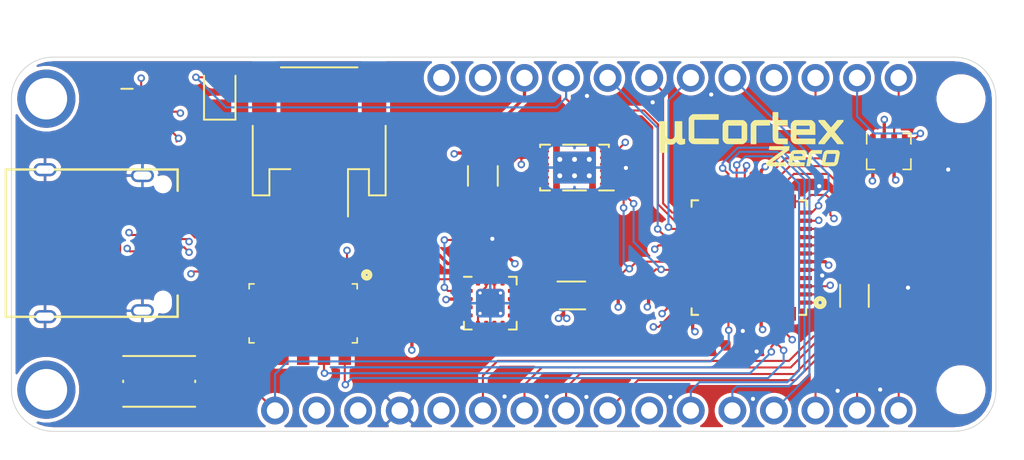
<source format=kicad_pcb>
(kicad_pcb (version 20171130) (host pcbnew "(5.1.5-0-10_14)")
  (layers (0 F.Cu signal) (1 In1.Cu signal) (2 In2.Cu signal) (31 B.Cu signal) (34 B.Paste user) (35 F.Paste user) (36 B.SilkS user) (37 F.SilkS user) (38 B.Mask user) (39 F.Mask user) (44 Edge.Cuts user))
  (net 0 "")
  (net 1 GND)
  (net 2 "Net-(C1-Pad1)")
  (net 3 "Net-(C2-Pad2)")
  (net 4 /VBUS)
  (net 5 "Net-(C4-Pad2)")
  (net 6 "Net-(C5-Pad2)")
  (net 7 +3V3)
  (net 8 /MOSI)
  (net 9 /SCK)
  (net 10 "Net-(D1-Pad3)")
  (net 11 "Net-(D1-Pad2)")
  (net 12 /MCU_RST)
  (net 13 "Net-(J2-Pad8)")
  (net 14 "Net-(J2-Pad7)")
  (net 15 "Net-(J2-Pad6)")
  (net 16 /SWCLK)
  (net 17 /SWDIO)
  (net 18 /CC2)
  (net 19 /CC1)
  (net 20 /CE)
  (net 21 "Net-(R4-Pad2)")
  (net 22 "Net-(R5-Pad2)")
  (net 23 TS)
  (net 24 /VBAT)
  (net 25 /SDA)
  (net 26 /SCL)
  (net 27 /GPOUT)
  (net 28 /EN1)
  (net 29 /D7)
  (net 30 /D6)
  (net 31 /D12)
  (net 32 "Net-(U1-Pad48)")
  (net 33 /A5)
  (net 34 "Net-(U1-Pad41)")
  (net 35 "Net-(U1-Pad39)")
  (net 36 "Net-(U1-Pad38)")
  (net 37 "Net-(U1-Pad37)")
  (net 38 /D+)
  (net 39 /D-)
  (net 40 /D10)
  (net 41 /D13)
  (net 42 /D11)
  (net 43 /D5)
  (net 44 /D2)
  (net 45 "Net-(U1-Pad22)")
  (net 46 /MISO)
  (net 47 /D0)
  (net 48 /D1)
  (net 49 /D3)
  (net 50 /D9)
  (net 51 /A4)
  (net 52 /A3)
  (net 53 /A2)
  (net 54 /A1)
  (net 55 /AREF)
  (net 56 /A0)
  (net 57 /CHG_OUT)
  (net 58 "Net-(U2-Pad9)")
  (net 59 "Net-(U2-Pad7)")
  (net 60 "Net-(U3-Pad9)")
  (net 61 "Net-(U3-Pad11)")
  (net 62 "Net-(U3-Pad4)")
  (net 63 "Net-(U4-Pad5)")
  (net 64 "Net-(U4-Pad4)")
  (net 65 "Net-(U5-Pad5)")
  (net 66 "Net-(USB1-PadA2)")
  (net 67 "Net-(USB1-PadA3)")
  (net 68 "Net-(USB1-PadA11)")
  (net 69 "Net-(USB1-PadA10)")
  (net 70 "Net-(USB1-PadA8)")
  (net 71 "Net-(USB1-PadB3)")
  (net 72 "Net-(USB1-PadB2)")
  (net 73 "Net-(USB1-PadB11)")
  (net 74 "Net-(USB1-PadB10)")
  (net 75 "Net-(USB1-PadB8)")
  (net 76 /LED_DATA)
  (net 77 /LED_CLK)
  (net 78 "Net-(J1-Pad3)")
  (net 79 "Net-(J1-Pad27)")
  (net 80 "Net-(D3-Pad1)")
  (net 81 "Net-(J2-Pad5)")
  (net 82 /BATTERY_IN)
  (module microCortexLogo:microCortexLogo (layer F.Cu) (at 191.9 96.5)
    (fp_text reference G*** hide)
    (fp_text value LOGO hide)
  )
  (module Package_LGA:Bosch_LGA-8_2x2.5mm_P0.65mm_ClockwisePinNumbering (layer F.Cu) (at 200.3 97.25)
    (fp_text reference U5)
    (fp_text value BMP280)
    (pad 8 smd rect (at -0.975 0.8 90) (size 0.5 0.35) (layers F.Cu F.Paste F.Mask) (net 7 +3V3))
    (pad 2 smd rect (at -0.325 -0.8 90) (size 0.5 0.35) (layers F.Cu F.Paste F.Mask) (net 7 +3V3))
    (pad 3 smd rect (at 0.325 -0.8 90) (size 0.5 0.35) (layers F.Cu F.Paste F.Mask) (net 25 /SDA))
    (pad 4 smd rect (at 0.975 -0.8 90) (size 0.5 0.35) (layers F.Cu F.Paste F.Mask) (net 26 /SCL))
    (pad 7 smd rect (at -0.325 0.8 90) (size 0.5 0.35) (layers F.Cu F.Paste F.Mask) (net 1 GND))
    (pad 6 smd rect (at 0.325 0.8 90) (size 0.5 0.35) (layers F.Cu F.Paste F.Mask) (net 7 +3V3))
    (pad 5 smd rect (at 0.975 0.8 90) (size 0.5 0.35) (layers F.Cu F.Paste F.Mask) (net 65 "Net-(U5-Pad5)"))
    (pad 1 smd rect (at -0.975 -0.8 90) (size 0.5 0.35) (layers F.Cu F.Paste F.Mask) (net 1 GND))
  )
  (module Button_Switch_SMD:SW_Push_1P1T_NO_CK_KMR2 (layer F.Cu) (at 155.725 111.3 180)
    (fp_text reference SW1)
    (fp_text value "KMR231NG LFS")
    (pad 2 smd rect (at 2.05 0.8 180) (size 0.9 1) (layers F.Cu F.Paste F.Mask) (net 1 GND))
    (pad 1 smd rect (at 2.05 -0.8 180) (size 0.9 1) (layers F.Cu F.Paste F.Mask) (net 12 /MCU_RST))
    (pad 2 smd rect (at -2.05 0.8 180) (size 0.9 1) (layers F.Cu F.Paste F.Mask) (net 1 GND))
    (pad 1 smd rect (at -2.05 -0.8 180) (size 0.9 1) (layers F.Cu F.Paste F.Mask) (net 12 /MCU_RST))
  )
  (module Package_SON:Texas_S-PDSO-N12 (layer F.Cu) (at 181.1 98.2375 180)
    (fp_text reference U3)
    (fp_text value BQ27441DRZR-G1A)
    (pad 13 smd rect (at -1.1 1.365 90) (size 0.575 0.4) (layers F.Cu F.Paste F.Mask) (net 1 GND))
    (pad 13 smd rect (at -1.1 -1.365 90) (size 0.575 0.4) (layers F.Cu F.Paste F.Mask) (net 1 GND))
    (pad 13 smd rect (at 1.1 -1.365 90) (size 0.575 0.4) (layers F.Cu F.Paste F.Mask) (net 1 GND))
    (pad 13 smd rect (at 1.1 1.365 90) (size 0.575 0.4) (layers F.Cu F.Paste F.Mask) (net 1 GND))
    (pad 13 smd rect (at 0.65 0.4875 270) (size 0.975 1.3) (layers F.Cu F.Paste) (net 1 GND))
    (pad 13 smd rect (at -0.65 0.4875 270) (size 0.975 1.3) (layers F.Cu F.Paste) (net 1 GND))
    (pad 13 smd rect (at -0.65 -0.4875 270) (size 0.975 1.3) (layers F.Cu F.Paste) (net 1 GND))
    (pad 13 smd rect (at 0.65 -0.4875 270) (size 0.975 1.3) (layers F.Cu F.Paste) (net 1 GND))
    (pad 13 smd rect (at 0 0 90) (size 1.95 2.6) (layers B.Cu F.Mask) (net 1 GND))
    (pad 13 thru_hole circle (at 0 0.5 180) (size 0.6 0.6) (drill 0.3) (layers *.Cu) (net 1 GND))
    (pad 13 thru_hole circle (at 0 -0.5 180) (size 0.6 0.6) (drill 0.3) (layers *.Cu) (net 1 GND))
    (pad 13 thru_hole circle (at -0.9 -0.5 180) (size 0.6 0.6) (drill 0.3) (layers *.Cu) (net 1 GND))
    (pad 13 thru_hole circle (at 0.9 -0.5 180) (size 0.6 0.6) (drill 0.3) (layers *.Cu) (net 1 GND))
    (pad 13 thru_hole circle (at 0.9 0.5 180) (size 0.6 0.6) (drill 0.3) (layers *.Cu) (net 1 GND))
    (pad 13 thru_hole circle (at -0.9 0.5 180) (size 0.6 0.6) (drill 0.3) (layers *.Cu) (net 1 GND))
    (pad 7 smd rect (at 2.3 1 180) (size 0.2 0.2) (layers F.Cu F.Paste F.Mask) (net 24 /VBAT))
    (pad 8 smd rect (at 2.3 0.6 180) (size 0.2 0.2) (layers F.Cu F.Paste F.Mask) (net 82 /BATTERY_IN))
    (pad 9 smd rect (at 2.3 0.2 180) (size 0.2 0.2) (layers F.Cu F.Paste F.Mask) (net 60 "Net-(U3-Pad9)"))
    (pad 10 smd rect (at 2.3 -0.2 180) (size 0.2 0.2) (layers F.Cu F.Paste F.Mask) (net 23 TS))
    (pad 11 smd rect (at 2.3 -0.6 180) (size 0.2 0.2) (layers F.Cu F.Paste F.Mask) (net 61 "Net-(U3-Pad11)"))
    (pad 12 smd rect (at 2.3 -1 180) (size 0.2 0.2) (layers F.Cu F.Paste F.Mask) (net 27 /GPOUT))
    (pad 1 smd rect (at -2.3 -1 180) (size 0.2 0.2) (layers F.Cu F.Paste F.Mask) (net 25 /SDA))
    (pad 2 smd rect (at -2.3 -0.6 180) (size 0.2 0.2) (layers F.Cu F.Paste F.Mask) (net 26 /SCL))
    (pad 6 smd rect (at -2.3 1 180) (size 0.2 0.2) (layers F.Cu F.Paste F.Mask) (net 82 /BATTERY_IN))
    (pad 5 smd rect (at -2.3 0.6 180) (size 0.2 0.2) (layers F.Cu F.Paste F.Mask) (net 6 "Net-(C5-Pad2)"))
    (pad 4 smd rect (at -2.3 0.2 180) (size 0.2 0.2) (layers F.Cu F.Paste F.Mask) (net 62 "Net-(U3-Pad4)"))
    (pad 7 smd oval (at 1.975 1 180) (size 0.85 0.2) (layers F.Cu F.Paste F.Mask) (net 24 /VBAT))
    (pad 8 smd oval (at 1.975 0.6 180) (size 0.85 0.2) (layers F.Cu F.Paste F.Mask) (net 82 /BATTERY_IN))
    (pad 9 smd oval (at 1.975 0.2 180) (size 0.85 0.2) (layers F.Cu F.Paste F.Mask) (net 60 "Net-(U3-Pad9)"))
    (pad 10 smd oval (at 1.975 -0.2 180) (size 0.85 0.2) (layers F.Cu F.Paste F.Mask) (net 23 TS))
    (pad 11 smd oval (at 1.975 -0.6 180) (size 0.85 0.2) (layers F.Cu F.Paste F.Mask) (net 61 "Net-(U3-Pad11)"))
    (pad 12 smd oval (at 1.975 -1 180) (size 0.85 0.2) (layers F.Cu F.Paste F.Mask) (net 27 /GPOUT))
    (pad 6 smd oval (at -1.975 1 180) (size 0.85 0.2) (layers F.Cu F.Paste F.Mask) (net 82 /BATTERY_IN))
    (pad 5 smd oval (at -1.975 0.6 180) (size 0.85 0.2) (layers F.Cu F.Paste F.Mask) (net 6 "Net-(C5-Pad2)"))
    (pad 4 smd oval (at -1.975 0.2 180) (size 0.85 0.2) (layers F.Cu F.Paste F.Mask) (net 62 "Net-(U3-Pad4)"))
    (pad 1 smd oval (at -1.975 -1 180) (size 0.85 0.2) (layers F.Cu F.Paste F.Mask) (net 25 /SDA))
    (pad 2 smd oval (at -1.975 -0.6 180) (size 0.85 0.2) (layers F.Cu F.Paste F.Mask) (net 26 /SCL))
    (pad 3 smd oval (at -1.975 -0.2 180) (size 0.85 0.2) (layers F.Cu F.Paste F.Mask) (net 1 GND))
    (pad 3 smd rect (at -2.3 -0.2 180) (size 0.2 0.2) (layers F.Cu F.Paste F.Mask) (net 1 GND))
    (pad 13 smd rect (at -1.1 -1.3125 90) (size 0.675 0.4) (layers F.Cu F.Mask) (net 1 GND))
    (pad 13 smd rect (at 1.1 -1.3125 90) (size 0.675 0.4) (layers F.Cu F.Mask) (net 1 GND))
    (pad 13 smd rect (at 1.1 1.3125 90) (size 0.675 0.4) (layers F.Cu F.Mask) (net 1 GND))
    (pad 13 smd rect (at -1.1 1.3125 90) (size 0.675 0.4) (layers F.Cu F.Mask) (net 1 GND))
    (pad 13 smd rect (at 0 0 90) (size 1.95 2.6) (layers F.Cu F.Mask) (net 1 GND))
  )
  (module josh-connectors:featherwing (layer F.Cu) (at 207.4228 102.7104)
    (fp_text reference J1)
    (fp_text value Feather)
    (fp_line (start -3.1164 -11.22) (end -58.18 -11.22) (layer Edge.Cuts) (width 0.05))
    (fp_line (start -0.576868 9.148762) (end -0.5764 -8.68) (layer Edge.Cuts) (width 0.05))
    (fp_line (start -58.18 11.64) (end -3.1164 11.64) (layer Edge.Cuts) (width 0.05))
    (fp_line (start -60.7236 -8.68) (end -60.7236 9.1) (layer Edge.Cuts) (width 0.05))
    (fp_arc (start -3.1164 -8.68) (end -3.1164 -11.22) (angle 90) (layer Edge.Cuts) (width 0.05))
    (fp_arc (start -3.1164 9.1) (end -3.1164 11.64) (angle -88.9) (layer Edge.Cuts) (width 0.05))
    (fp_arc (start -58.1836 9.1) (end -58.1836 11.64) (angle 90) (layer Edge.Cuts) (width 0.05))
    (fp_arc (start -58.1836 -8.68) (end -60.7236 -8.68) (angle 90) (layer Edge.Cuts) (width 0.05))
    (pad "" np_thru_hole circle (at -2.71 9.1) (size 2.54 2.54) (drill 2.54) (layers *.Cu *.Mask))
    (pad "" np_thru_hole circle (at -58.59 9.1) (size 3.556 3.556) (drill 2.54) (layers *.Cu *.Mask))
    (pad "" np_thru_hole circle (at -2.71 -8.68) (size 2.54 2.54) (drill 2.54) (layers *.Cu *.Mask))
    (pad "" np_thru_hole circle (at -58.59 -8.68) (size 3.556 3.556) (drill 2.54) (layers *.Cu *.Mask))
    (pad 17 thru_hole circle (at -6.52 -9.95) (size 1.7 1.7) (drill 1) (layers *.Cu *.Mask) (net 25 /SDA))
    (pad 18 thru_hole circle (at -9.06 -9.95) (size 1.7 1.7) (drill 1) (layers *.Cu *.Mask) (net 26 /SCL))
    (pad 19 thru_hole circle (at -11.6 -9.95) (size 1.7 1.7) (drill 1) (layers *.Cu *.Mask) (net 43 /D5))
    (pad 20 thru_hole circle (at -14.14 -9.95) (size 1.7 1.7) (drill 1) (layers *.Cu *.Mask) (net 30 /D6))
    (pad 21 thru_hole circle (at -16.68 -9.95) (size 1.7 1.7) (drill 1) (layers *.Cu *.Mask) (net 50 /D9))
    (pad 22 thru_hole circle (at -19.22 -9.95) (size 1.7 1.7) (drill 1) (layers *.Cu *.Mask) (net 40 /D10))
    (pad 23 thru_hole circle (at -21.76 -9.95) (size 1.7 1.7) (drill 1) (layers *.Cu *.Mask) (net 42 /D11))
    (pad 24 thru_hole circle (at -24.3 -9.95) (size 1.7 1.7) (drill 1) (layers *.Cu *.Mask) (net 31 /D12))
    (pad 25 thru_hole circle (at -26.84 -9.95) (size 1.7 1.7) (drill 1) (layers *.Cu *.Mask) (net 41 /D13))
    (pad 26 thru_hole circle (at -29.38 -9.95) (size 1.7 1.7) (drill 1) (layers *.Cu *.Mask) (net 4 /VBUS))
    (pad 27 thru_hole circle (at -31.92 -9.95) (size 1.7 1.7) (drill 1) (layers *.Cu *.Mask) (net 79 "Net-(J1-Pad27)"))
    (pad 28 thru_hole circle (at -34.46 -9.95) (size 1.7 1.7) (drill 1) (layers *.Cu *.Mask) (net 82 /BATTERY_IN))
    (pad 16 thru_hole circle (at -6.52 10.37) (size 1.7 1.7) (drill 1) (layers *.Cu *.Mask) (net 47 /D0))
    (pad 1 thru_hole circle (at -44.62 10.37) (size 1.7 1.7) (drill 1) (layers *.Cu *.Mask) (net 12 /MCU_RST))
    (pad 15 thru_hole circle (at -9.06 10.37) (size 1.7 1.7) (drill 1) (layers *.Cu *.Mask) (net 48 /D1))
    (pad 14 thru_hole circle (at -11.6 10.37) (size 1.7 1.7) (drill 1) (layers *.Cu *.Mask) (net 49 /D3))
    (pad 13 thru_hole circle (at -14.14 10.37) (size 1.7 1.7) (drill 1) (layers *.Cu *.Mask) (net 46 /MISO))
    (pad 12 thru_hole circle (at -16.68 10.37) (size 1.7 1.7) (drill 1) (layers *.Cu *.Mask) (net 8 /MOSI))
    (pad 11 thru_hole circle (at -19.22 10.37) (size 1.7 1.7) (drill 1) (layers *.Cu *.Mask) (net 9 /SCK))
    (pad 10 thru_hole circle (at -21.76 10.37) (size 1.7 1.7) (drill 1) (layers *.Cu *.Mask) (net 33 /A5))
    (pad 9 thru_hole circle (at -24.3 10.37) (size 1.7 1.7) (drill 1) (layers *.Cu *.Mask) (net 51 /A4))
    (pad 8 thru_hole circle (at -26.84 10.37) (size 1.7 1.7) (drill 1) (layers *.Cu *.Mask) (net 52 /A3))
    (pad 7 thru_hole circle (at -29.38 10.37) (size 1.7 1.7) (drill 1) (layers *.Cu *.Mask) (net 53 /A2))
    (pad 6 thru_hole circle (at -31.92 10.37) (size 1.7 1.7) (drill 1) (layers *.Cu *.Mask) (net 54 /A1))
    (pad 5 thru_hole circle (at -34.46 10.37) (size 1.7 1.7) (drill 1) (layers *.Cu *.Mask) (net 56 /A0))
    (pad 4 thru_hole circle (at -37 10.37) (size 1.7 1.7) (drill 1) (layers *.Cu *.Mask) (net 1 GND))
    (pad 3 thru_hole circle (at -39.54 10.37) (size 1.7 1.7) (drill 1) (layers *.Cu *.Mask) (net 78 "Net-(J1-Pad3)"))
    (pad 2 thru_hole circle (at -42.08 10.37) (size 1.7 1.7) (drill 1) (layers *.Cu *.Mask) (net 7 +3V3))
  )
  (module digikey-footprints:PinHeader_2x5_P1.27mm (layer F.Cu) (at 164.52304 107.1451 180)
    (fp_text reference J2)
    (fp_text value 20021121-00010C4LF)
    (pad 10 smd rect (at 2.54 -1.95 180) (size 0.76 2.4) (layers F.Cu F.Paste F.Mask) (net 12 /MCU_RST))
    (pad 9 smd rect (at 2.54 1.95 180) (size 0.76 2.4) (layers F.Cu F.Paste F.Mask) (net 1 GND))
    (pad 8 smd rect (at 1.27 -1.95 180) (size 0.76 2.4) (layers F.Cu F.Paste F.Mask) (net 13 "Net-(J2-Pad8)"))
    (pad 7 smd rect (at 1.27 1.95 180) (size 0.76 2.4) (layers F.Cu F.Paste F.Mask) (net 14 "Net-(J2-Pad7)"))
    (pad 6 smd rect (at 0 -1.95 180) (size 0.76 2.4) (layers F.Cu F.Paste F.Mask) (net 15 "Net-(J2-Pad6)"))
    (pad 5 smd rect (at 0 1.95 180) (size 0.76 2.4) (layers F.Cu F.Paste F.Mask) (net 81 "Net-(J2-Pad5)"))
    (pad 4 smd rect (at -1.27 -1.95 180) (size 0.76 2.4) (layers F.Cu F.Paste F.Mask) (net 16 /SWCLK))
    (pad 3 smd rect (at -1.27 1.95 180) (size 0.76 2.4) (layers F.Cu F.Paste F.Mask) (net 1 GND))
    (pad 2 smd rect (at -2.54 -1.95 180) (size 0.76 2.4) (layers F.Cu F.Paste F.Mask) (net 17 /SWDIO))
    (pad 1 smd rect (at -2.54 1.95 180) (size 0.76 2.4) (layers F.Cu F.Paste F.Mask) (net 7 +3V3))
  )
  (module Resistor_SMD:R_0402_1005Metric (layer F.Cu) (at 159.425 96.025)
    (fp_text reference R12)
    (fp_text value 1k)
    (pad 2 smd roundrect (at 0.485 0) (size 0.59 0.64) (layers F.Cu F.Paste F.Mask) (net 1 GND))
    (pad 1 smd roundrect (at -0.485 0) (size 0.59 0.64) (layers F.Cu F.Paste F.Mask) (net 80 "Net-(D3-Pad1)"))
  )
  (module LED_SMD:LED_0805_2012Metric (layer F.Cu) (at 159.425 93.625 90)
    (fp_text reference D3)
    (fp_text value LED)
    (pad 2 smd roundrect (at 0.9375 0 90) (size 0.975 1.4) (layers F.Cu F.Paste F.Mask) (net 41 /D13))
    (pad 1 smd roundrect (at -0.9375 0 90) (size 0.975 1.4) (layers F.Cu F.Paste F.Mask) (net 80 "Net-(D3-Pad1)"))
  )
  (module LED_SMD:LED-APA102-2020 (layer F.Cu) (at 154.6086 94.82492)
    (fp_text reference D1)
    (fp_text value APA102-2020)
    (pad 6 smd rect (at 0 0.59 90) (size 1.48 0.5) (layers F.Cu F.Paste F.Mask) (net 1 GND))
    (pad 1 smd rect (at 0 -0.83 90) (size 1 0.5) (layers F.Cu F.Paste F.Mask) (net 7 +3V3))
    (pad 6 smd rect (at 0.85 -0.9) (size 0.8 0.5) (layers F.Cu F.Paste F.Mask) (net 1 GND))
    (pad 4 smd rect (at 0.85 0.9) (size 0.8 0.5) (layers F.Cu F.Paste F.Mask) (net 76 /LED_DATA))
    (pad 5 smd rect (at 0.85 0) (size 0.8 0.3) (layers F.Cu F.Paste F.Mask) (net 77 /LED_CLK))
    (pad 3 smd rect (at -0.85 0.9) (size 0.8 0.5) (layers F.Cu F.Paste F.Mask) (net 10 "Net-(D1-Pad3)"))
    (pad 2 smd rect (at -0.85 0) (size 0.8 0.3) (layers F.Cu F.Paste F.Mask) (net 11 "Net-(D1-Pad2)"))
    (pad 1 smd rect (at -0.85 -0.9) (size 0.8 0.5) (layers F.Cu F.Paste F.Mask) (net 7 +3V3))
  )
  (module Crystal:Crystal_SMD_3215-2Pin_3.2x1.5mm (layer F.Cu) (at 198.20118 106.07386 270)
    (fp_text reference Y1)
    (fp_text value Crystal)
    (pad 2 smd rect (at -1.25 0 270) (size 1 1.8) (layers F.Cu F.Paste F.Mask) (net 5 "Net-(C4-Pad2)"))
    (pad 1 smd rect (at 1.25 0 270) (size 1 1.8) (layers F.Cu F.Paste F.Mask) (net 3 "Net-(C2-Pad2)"))
  )
  (module Type-C:12401598E4#2A (layer F.Cu) (at 155.9528 102.8556 270)
    (fp_text reference USB1)
    (fp_text value 12401598E4#2A)
    (pad A1 smd rect (at -2.75 -0.66 270) (size 0.3 0.7) (layers F.Cu F.Paste F.Mask) (net 1 GND))
    (pad A2 smd rect (at -2.25 -0.66 270) (size 0.3 0.7) (layers F.Cu F.Paste F.Mask) (net 66 "Net-(USB1-PadA2)"))
    (pad A3 smd rect (at -1.75 -0.66 270) (size 0.3 0.7) (layers F.Cu F.Paste F.Mask) (net 67 "Net-(USB1-PadA3)"))
    (pad A4 smd rect (at -1.25 -0.66 270) (size 0.3 0.7) (layers F.Cu F.Paste F.Mask) (net 4 /VBUS))
    (pad A12 smd rect (at 2.75 -0.66 270) (size 0.3 0.7) (layers F.Cu F.Paste F.Mask) (net 1 GND))
    (pad A11 smd rect (at 2.25 -0.66 270) (size 0.3 0.7) (layers F.Cu F.Paste F.Mask) (net 68 "Net-(USB1-PadA11)"))
    (pad A10 smd rect (at 1.75 -0.66 270) (size 0.3 0.7) (layers F.Cu F.Paste F.Mask) (net 69 "Net-(USB1-PadA10)"))
    (pad A5 smd rect (at -0.75 -0.66 270) (size 0.3 0.7) (layers F.Cu F.Paste F.Mask) (net 19 /CC1))
    (pad A6 smd rect (at -0.25 -0.66 270) (size 0.3 0.7) (layers F.Cu F.Paste F.Mask) (net 38 /D+))
    (pad A7 smd rect (at 0.25 -0.66 270) (size 0.3 0.7) (layers F.Cu F.Paste F.Mask) (net 39 /D-))
    (pad A8 smd rect (at 0.75 -0.66 270) (size 0.3 0.7) (layers F.Cu F.Paste F.Mask) (net 70 "Net-(USB1-PadA8)"))
    (pad A9 smd rect (at 1.25 -0.66 270) (size 0.3 0.7) (layers F.Cu F.Paste F.Mask) (net 4 /VBUS))
    (pad B1 smd rect (at 2.5 1.04 270) (size 0.3 0.7) (layers F.Cu F.Paste F.Mask) (net 1 GND))
    (pad B3 smd rect (at 1.5 1.04 270) (size 0.3 0.7) (layers F.Cu F.Paste F.Mask) (net 71 "Net-(USB1-PadB3)"))
    (pad B2 smd rect (at 2 1.04 270) (size 0.3 0.7) (layers F.Cu F.Paste F.Mask) (net 72 "Net-(USB1-PadB2)"))
    (pad B4 smd rect (at 1 1.04 270) (size 0.3 0.7) (layers F.Cu F.Paste F.Mask) (net 4 /VBUS))
    (pad B5 smd rect (at 0.5 1.04 270) (size 0.3 0.7) (layers F.Cu F.Paste F.Mask) (net 18 /CC2))
    (pad B12 smd rect (at -3 1.04 270) (size 0.3 0.7) (layers F.Cu F.Paste F.Mask) (net 1 GND))
    (pad B11 smd rect (at -2.5 1.04 270) (size 0.3 0.7) (layers F.Cu F.Paste F.Mask) (net 73 "Net-(USB1-PadB11)"))
    (pad B10 smd rect (at -2 1.04 270) (size 0.3 0.7) (layers F.Cu F.Paste F.Mask) (net 74 "Net-(USB1-PadB10)"))
    (pad B9 smd rect (at -1.5 1.04 270) (size 0.3 0.7) (layers F.Cu F.Paste F.Mask) (net 4 /VBUS))
    (pad B8 smd rect (at -1 1.04 270) (size 0.3 0.7) (layers F.Cu F.Paste F.Mask) (net 75 "Net-(USB1-PadB8)"))
    (pad B7 smd rect (at -0.5 1.04 270) (size 0.3 0.7) (layers F.Cu F.Paste F.Mask) (net 39 /D-))
    (pad B6 smd rect (at 0 1.04 270) (size 0.3 0.7) (layers F.Cu F.Paste F.Mask) (net 38 /D+))
    (pad S4 thru_hole oval (at 4.49 7.2 270) (size 0.8 1.4) (drill oval 0.5 1.1) (layers *.Cu B.Mask) (net 1 GND))
    (pad S3 thru_hole oval (at -4.49 7.2 270) (size 0.8 1.4) (drill oval 0.5 1.1) (layers *.Cu B.Mask) (net 1 GND))
    (pad S2 thru_hole oval (at 4.13 1.25 270) (size 0.8 1.4) (drill oval 0.5 1.1) (layers *.Cu B.Mask) (net 1 GND))
    (pad S1 thru_hole oval (at -4.13 1.25 270) (size 0.8 1.4) (drill oval 0.5 1.1) (layers *.Cu B.Mask) (net 1 GND))
    (pad "" np_thru_hole oval (at 3.6 0 270) (size 0.95 0.65) (drill oval 0.95 0.65) (layers *.Cu *.Mask))
    (pad "" np_thru_hole circle (at -3.6 0 270) (size 0.65 0.65) (drill 0.65) (layers *.Cu *.Mask))
  )
  (module Package_SON:WSON-6_1.5x1.5mm_P0.5mm (layer F.Cu) (at 181 106.05)
    (fp_text reference U4)
    (fp_text value TLV70033_WSON6)
    (pad 6 smd rect (at 0.575 -0.5 270) (size 0.28 0.75) (layers F.Cu F.Paste F.Mask) (net 57 /CHG_OUT))
    (pad 5 smd rect (at 0.575 0 270) (size 0.28 0.75) (layers F.Cu F.Paste F.Mask) (net 63 "Net-(U4-Pad5)"))
    (pad 4 smd rect (at 0.575 0.5 270) (size 0.28 0.75) (layers F.Cu F.Paste F.Mask) (net 64 "Net-(U4-Pad4)"))
    (pad 3 smd rect (at -0.575 0.5 270) (size 0.28 0.75) (layers F.Cu F.Paste F.Mask) (net 7 +3V3))
    (pad 2 smd rect (at -0.575 0 270) (size 0.28 0.75) (layers F.Cu F.Paste F.Mask) (net 1 GND))
    (pad 1 smd rect (at -0.525 -0.5 270) (size 0.28 0.85) (layers F.Cu F.Paste F.Mask) (net 57 /CHG_OUT))
  )
  (module Package_DFN_QFN:QFN-16-1EP_3x3mm_P0.5mm_EP1.75x1.75mm_ThermalVias (layer F.Cu) (at 175.95348 106.5219)
    (fp_text reference U2)
    (fp_text value BQ24075)
    (pad 16 smd roundrect (at -0.75 -1.4625) (size 0.25 0.775) (layers F.Cu F.Paste F.Mask) (net 22 "Net-(R5-Pad2)"))
    (pad 15 smd roundrect (at -0.25 -1.4625) (size 0.25 0.775) (layers F.Cu F.Paste F.Mask) (net 1 GND))
    (pad 14 smd roundrect (at 0.25 -1.4625) (size 0.25 0.775) (layers F.Cu F.Paste F.Mask) (net 1 GND))
    (pad 13 smd roundrect (at 0.75 -1.4625) (size 0.25 0.775) (layers F.Cu F.Paste F.Mask) (net 4 /VBUS))
    (pad 12 smd roundrect (at 1.4625 -0.75) (size 0.775 0.25) (layers F.Cu F.Paste F.Mask) (net 21 "Net-(R4-Pad2)"))
    (pad 11 smd roundrect (at 1.4625 -0.25) (size 0.775 0.25) (layers F.Cu F.Paste F.Mask) (net 57 /CHG_OUT))
    (pad 10 smd roundrect (at 1.4625 0.25) (size 0.775 0.25) (layers F.Cu F.Paste F.Mask) (net 57 /CHG_OUT))
    (pad 9 smd roundrect (at 1.4625 0.75) (size 0.775 0.25) (layers F.Cu F.Paste F.Mask) (net 58 "Net-(U2-Pad9)"))
    (pad 8 smd roundrect (at 0.75 1.4625) (size 0.25 0.775) (layers F.Cu F.Paste F.Mask) (net 1 GND))
    (pad 7 smd roundrect (at 0.25 1.4625) (size 0.25 0.775) (layers F.Cu F.Paste F.Mask) (net 59 "Net-(U2-Pad7)"))
    (pad 6 smd roundrect (at -0.25 1.4625) (size 0.25 0.775) (layers F.Cu F.Paste F.Mask) (net 28 /EN1))
    (pad 5 smd roundrect (at -0.75 1.4625) (size 0.25 0.775) (layers F.Cu F.Paste F.Mask) (net 1 GND))
    (pad 4 smd roundrect (at -1.4625 0.75) (size 0.775 0.25) (layers F.Cu F.Paste F.Mask) (net 20 /CE))
    (pad 3 smd roundrect (at -1.4625 0.25) (size 0.775 0.25) (layers F.Cu F.Paste F.Mask) (net 24 /VBAT))
    (pad 2 smd roundrect (at -1.4625 -0.25) (size 0.775 0.25) (layers F.Cu F.Paste F.Mask) (net 24 /VBAT))
    (pad 1 smd roundrect (at -1.4625 -0.75) (size 0.775 0.25) (layers F.Cu F.Paste F.Mask) (net 23 TS))
    (pad 17 smd roundrect (at 0 0) (size 1.75 1.75) (layers B.Cu) (roundrect_rratio 0.142857) (net 1 GND))
    (pad 17 thru_hole circle (at 0.625 0.625) (size 0.5 0.5) (drill 0.2) (layers *.Cu) (net 1 GND))
    (pad 17 thru_hole circle (at -0.625 0.625) (size 0.5 0.5) (drill 0.2) (layers *.Cu) (net 1 GND))
    (pad 17 thru_hole circle (at 0.625 -0.625) (size 0.5 0.5) (drill 0.2) (layers *.Cu) (net 1 GND))
    (pad 17 thru_hole circle (at -0.625 -0.625) (size 0.5 0.5) (drill 0.2) (layers *.Cu) (net 1 GND))
    (pad 17 smd roundrect (at 0 0) (size 1.75 1.75) (layers F.Cu F.Mask) (roundrect_rratio 0.142857) (net 1 GND))
  )
  (module ATSAMD21G18A-MU:QFN50P700X700X90-49N (layer F.Cu) (at 191.75212 103.73706 180)
    (fp_text reference U1)
    (fp_text value ATSAMD21G18A-AUT)
    (pad 48 smd rect (at -2.75 -3.435 90) (size 0.84 0.26) (layers F.Cu F.Paste F.Mask) (net 32 "Net-(U1-Pad48)"))
    (pad 47 smd rect (at -2.25 -3.435 90) (size 0.84 0.26) (layers F.Cu F.Paste F.Mask) (net 33 /A5))
    (pad 46 smd rect (at -1.75 -3.435 90) (size 0.84 0.26) (layers F.Cu F.Paste F.Mask) (net 17 /SWDIO))
    (pad 45 smd rect (at -1.25 -3.435 90) (size 0.84 0.26) (layers F.Cu F.Paste F.Mask) (net 16 /SWCLK))
    (pad 44 smd rect (at -0.75 -3.435 90) (size 0.84 0.26) (layers F.Cu F.Paste F.Mask) (net 7 +3V3))
    (pad 43 smd rect (at -0.25 -3.435 90) (size 0.84 0.26) (layers F.Cu F.Paste F.Mask) (net 2 "Net-(C1-Pad1)"))
    (pad 42 smd rect (at 0.25 -3.435 90) (size 0.84 0.26) (layers F.Cu F.Paste F.Mask) (net 1 GND))
    (pad 41 smd rect (at 0.75 -3.435 90) (size 0.84 0.26) (layers F.Cu F.Paste F.Mask) (net 34 "Net-(U1-Pad41)"))
    (pad 40 smd rect (at 1.25 -3.435 90) (size 0.84 0.26) (layers F.Cu F.Paste F.Mask) (net 12 /MCU_RST))
    (pad 39 smd rect (at 1.75 -3.435 90) (size 0.84 0.26) (layers F.Cu F.Paste F.Mask) (net 35 "Net-(U1-Pad39)"))
    (pad 38 smd rect (at 2.25 -3.435 90) (size 0.84 0.26) (layers F.Cu F.Paste F.Mask) (net 36 "Net-(U1-Pad38)"))
    (pad 37 smd rect (at 2.75 -3.435 90) (size 0.84 0.26) (layers F.Cu F.Paste F.Mask) (net 37 "Net-(U1-Pad37)"))
    (pad 36 smd rect (at 3.435 -2.75) (size 0.84 0.26) (layers F.Cu F.Paste F.Mask) (net 7 +3V3))
    (pad 35 smd rect (at 3.435 -2.25) (size 0.84 0.26) (layers F.Cu F.Paste F.Mask) (net 1 GND))
    (pad 34 smd rect (at 3.435 -1.75) (size 0.84 0.26) (layers F.Cu F.Paste F.Mask) (net 38 /D+))
    (pad 33 smd rect (at 3.435 -1.25) (size 0.84 0.26) (layers F.Cu F.Paste F.Mask) (net 39 /D-))
    (pad 32 smd rect (at 3.435 -0.75) (size 0.84 0.26) (layers F.Cu F.Paste F.Mask) (net 26 /SCL))
    (pad 31 smd rect (at 3.435 -0.25) (size 0.84 0.26) (layers F.Cu F.Paste F.Mask) (net 25 /SDA))
    (pad 30 smd rect (at 3.435 0.25) (size 0.84 0.26) (layers F.Cu F.Paste F.Mask) (net 29 /D7))
    (pad 29 smd rect (at 3.435 0.75) (size 0.84 0.26) (layers F.Cu F.Paste F.Mask) (net 30 /D6))
    (pad 28 smd rect (at 3.435 1.25) (size 0.84 0.26) (layers F.Cu F.Paste F.Mask) (net 31 /D12))
    (pad 27 smd rect (at 3.435 1.75) (size 0.84 0.26) (layers F.Cu F.Paste F.Mask) (net 40 /D10))
    (pad 26 smd rect (at 3.435 2.25) (size 0.84 0.26) (layers F.Cu F.Paste F.Mask) (net 41 /D13))
    (pad 25 smd rect (at 3.435 2.75) (size 0.84 0.26) (layers F.Cu F.Paste F.Mask) (net 42 /D11))
    (pad 24 smd rect (at 2.75 3.435 270) (size 0.84 0.26) (layers F.Cu F.Paste F.Mask) (net 43 /D5))
    (pad 23 smd rect (at 2.25 3.435 270) (size 0.84 0.26) (layers F.Cu F.Paste F.Mask) (net 44 /D2))
    (pad 22 smd rect (at 1.75 3.435 270) (size 0.84 0.26) (layers F.Cu F.Paste F.Mask) (net 45 "Net-(U1-Pad22)"))
    (pad 21 smd rect (at 1.25 3.435 270) (size 0.84 0.26) (layers F.Cu F.Paste F.Mask) (net 46 /MISO))
    (pad 20 smd rect (at 0.75 3.435 270) (size 0.84 0.26) (layers F.Cu F.Paste F.Mask) (net 9 /SCK))
    (pad 19 smd rect (at 0.25 3.435 270) (size 0.84 0.26) (layers F.Cu F.Paste F.Mask) (net 8 /MOSI))
    (pad 18 smd rect (at -0.25 3.435 270) (size 0.84 0.26) (layers F.Cu F.Paste F.Mask) (net 1 GND))
    (pad 17 smd rect (at -0.75 3.435 270) (size 0.84 0.26) (layers F.Cu F.Paste F.Mask) (net 7 +3V3))
    (pad 16 smd rect (at -1.25 3.435 270) (size 0.84 0.26) (layers F.Cu F.Paste F.Mask) (net 47 /D0))
    (pad 15 smd rect (at -1.75 3.435 270) (size 0.84 0.26) (layers F.Cu F.Paste F.Mask) (net 48 /D1))
    (pad 14 smd rect (at -2.25 3.435 270) (size 0.84 0.26) (layers F.Cu F.Paste F.Mask) (net 49 /D3))
    (pad 13 smd rect (at -2.75 3.435 270) (size 0.84 0.26) (layers F.Cu F.Paste F.Mask) (net 76 /LED_DATA))
    (pad 12 smd rect (at -3.435 2.75 180) (size 0.84 0.26) (layers F.Cu F.Paste F.Mask) (net 50 /D9))
    (pad 11 smd rect (at -3.435 2.25 180) (size 0.84 0.26) (layers F.Cu F.Paste F.Mask) (net 77 /LED_CLK))
    (pad 10 smd rect (at -3.435 1.75 180) (size 0.84 0.26) (layers F.Cu F.Paste F.Mask) (net 51 /A4))
    (pad 9 smd rect (at -3.435 1.25 180) (size 0.84 0.26) (layers F.Cu F.Paste F.Mask) (net 52 /A3))
    (pad 8 smd rect (at -3.435 0.75 180) (size 0.84 0.26) (layers F.Cu F.Paste F.Mask) (net 53 /A2))
    (pad 7 smd rect (at -3.435 0.25 180) (size 0.84 0.26) (layers F.Cu F.Paste F.Mask) (net 54 /A1))
    (pad 6 smd rect (at -3.435 -0.25 180) (size 0.84 0.26) (layers F.Cu F.Paste F.Mask) (net 7 +3V3))
    (pad 5 smd rect (at -3.435 -0.75 180) (size 0.84 0.26) (layers F.Cu F.Paste F.Mask) (net 1 GND))
    (pad 4 smd rect (at -3.435 -1.25 180) (size 0.84 0.26) (layers F.Cu F.Paste F.Mask) (net 55 /AREF))
    (pad 3 smd rect (at -3.435 -1.75 180) (size 0.84 0.26) (layers F.Cu F.Paste F.Mask) (net 56 /A0))
    (pad 2 smd rect (at -3.435 -2.25 180) (size 0.84 0.26) (layers F.Cu F.Paste F.Mask) (net 5 "Net-(C4-Pad2)"))
    (pad 1 smd rect (at -3.435 -2.75 180) (size 0.84 0.26) (layers F.Cu F.Paste F.Mask) (net 3 "Net-(C2-Pad2)"))
    (pad 49 smd rect (at 0 0 180) (size 5.15 5.15) (layers F.Cu F.Paste F.Mask))
  )
  (module Resistor_SMD:R_0402_1005Metric (layer F.Cu) (at 171.65 108.35)
    (fp_text reference R11)
    (fp_text value 10k)
    (pad 2 smd roundrect (at 0.485 0) (size 0.59 0.64) (layers F.Cu F.Paste F.Mask) (net 28 /EN1))
    (pad 1 smd roundrect (at -0.485 0) (size 0.59 0.64) (layers F.Cu F.Paste F.Mask) (net 7 +3V3))
  )
  (module Resistor_SMD:R_0402_1005Metric (layer F.Cu) (at 177.1 102.75 90)
    (fp_text reference R10)
    (fp_text value 10k)
    (pad 2 smd roundrect (at 0.485 0 90) (size 0.59 0.64) (layers F.Cu F.Paste F.Mask) (net 27 /GPOUT))
    (pad 1 smd roundrect (at -0.485 0 90) (size 0.59 0.64) (layers F.Cu F.Paste F.Mask) (net 7 +3V3))
  )
  (module Resistor_SMD:R_0402_1005Metric (layer F.Cu) (at 185.62316 105.3874 90)
    (fp_text reference R9)
    (fp_text value 10k)
    (pad 2 smd roundrect (at 0.485 0 90) (size 0.59 0.64) (layers F.Cu F.Paste F.Mask) (net 26 /SCL))
    (pad 1 smd roundrect (at -0.485 0 90) (size 0.59 0.64) (layers F.Cu F.Paste F.Mask) (net 7 +3V3))
  )
  (module Resistor_SMD:R_0402_1005Metric (layer F.Cu) (at 183.77 105.43 90)
    (fp_text reference R8)
    (fp_text value 10k)
    (pad 2 smd roundrect (at 0.485 0 90) (size 0.59 0.64) (layers F.Cu F.Paste F.Mask) (net 25 /SDA))
    (pad 1 smd roundrect (at -0.485 0 90) (size 0.59 0.64) (layers F.Cu F.Paste F.Mask) (net 7 +3V3))
  )
  (module Resistor_SMD:R_1206_3216Metric (layer F.Cu) (at 175.5 98.75 270)
    (fp_text reference R7)
    (fp_text value CSR1206-0R01F1)
    (pad 2 smd roundrect (at 1.4 0 270) (size 1.25 1.75) (layers F.Cu F.Paste F.Mask) (roundrect_rratio 0.2) (net 82 /BATTERY_IN))
    (pad 1 smd roundrect (at -1.4 0 270) (size 1.25 1.75) (layers F.Cu F.Paste F.Mask) (roundrect_rratio 0.2) (net 24 /VBAT))
  )
  (module Resistor_SMD:R_0402_1005Metric (layer F.Cu) (at 174.95 102.75 270)
    (fp_text reference R6)
    (fp_text value 10k)
    (pad 2 smd roundrect (at 0.485 0 270) (size 0.59 0.64) (layers F.Cu F.Paste F.Mask) (net 1 GND))
    (pad 1 smd roundrect (at -0.485 0 270) (size 0.59 0.64) (layers F.Cu F.Paste F.Mask) (net 23 TS))
  )
  (module Resistor_SMD:R_0402_1005Metric (layer F.Cu) (at 171.65 106.1)
    (fp_text reference R5)
    (fp_text value 590)
    (pad 2 smd roundrect (at 0.485 0) (size 0.59 0.64) (layers F.Cu F.Paste F.Mask) (net 22 "Net-(R5-Pad2)"))
    (pad 1 smd roundrect (at -0.485 0) (size 0.59 0.64) (layers F.Cu F.Paste F.Mask) (net 1 GND))
  )
  (module Resistor_SMD:R_0402_1005Metric (layer F.Cu) (at 178.2 102.75 270)
    (fp_text reference R4)
    (fp_text value 1.1k)
    (pad 2 smd roundrect (at 0.485 0 270) (size 0.59 0.64) (layers F.Cu F.Paste F.Mask) (net 21 "Net-(R4-Pad2)"))
    (pad 1 smd roundrect (at -0.485 0 270) (size 0.59 0.64) (layers F.Cu F.Paste F.Mask) (net 1 GND))
  )
  (module Resistor_SMD:R_0402_1005Metric (layer F.Cu) (at 171.65 107.2)
    (fp_text reference R3)
    (fp_text value 100k)
    (pad 2 smd roundrect (at 0.485 0) (size 0.59 0.64) (layers F.Cu F.Paste F.Mask) (net 20 /CE))
    (pad 1 smd roundrect (at -0.485 0) (size 0.59 0.64) (layers F.Cu F.Paste F.Mask) (net 1 GND))
  )
  (module Resistor_SMD:R_0402_1005Metric (layer F.Cu) (at 159.2 102.51 180)
    (fp_text reference R2)
    (fp_text value 5.1k)
    (pad 2 smd roundrect (at 0.485 0 180) (size 0.59 0.64) (layers F.Cu F.Paste F.Mask) (net 19 /CC1))
    (pad 1 smd roundrect (at -0.485 0 180) (size 0.59 0.64) (layers F.Cu F.Paste F.Mask) (net 1 GND))
  )
  (module Resistor_SMD:R_0402_1005Metric (layer F.Cu) (at 158.91698 104.59042 180)
    (fp_text reference R1)
    (fp_text value 5.1k)
    (pad 2 smd roundrect (at 0.485 0 180) (size 0.59 0.64) (layers F.Cu F.Paste F.Mask) (net 18 /CC2))
    (pad 1 smd roundrect (at -0.485 0 180) (size 0.59 0.64) (layers F.Cu F.Paste F.Mask) (net 1 GND))
  )
  (module Capacitor_SMD:C_0402_1005Metric (layer F.Cu) (at 172.2 100.7)
    (fp_text reference C6)
    (fp_text value 0.47uF)
    (pad 2 smd roundrect (at 0.485 0) (size 0.59 0.64) (layers F.Cu F.Paste F.Mask) (net 82 /BATTERY_IN))
    (pad 1 smd roundrect (at -0.485 0) (size 0.59 0.64) (layers F.Cu F.Paste F.Mask) (net 1 GND))
  )
  (module Capacitor_SMD:C_0402_1005Metric (layer F.Cu) (at 185.12 98.16 90)
    (fp_text reference C5)
    (fp_text value 0.47uF)
    (pad 2 smd roundrect (at 0.485 0 90) (size 0.59 0.64) (layers F.Cu F.Paste F.Mask) (net 6 "Net-(C5-Pad2)"))
    (pad 1 smd roundrect (at -0.485 0 90) (size 0.59 0.64) (layers F.Cu F.Paste F.Mask) (net 1 GND))
  )
  (module Capacitor_SMD:C_0402_1005Metric (layer F.Cu) (at 200.125 105.125 90)
    (fp_text reference C4)
    (fp_text value 22pF)
    (pad 2 smd roundrect (at 0.485 0 90) (size 0.59 0.64) (layers F.Cu F.Paste F.Mask) (net 5 "Net-(C4-Pad2)"))
    (pad 1 smd roundrect (at -0.485 0 90) (size 0.59 0.64) (layers F.Cu F.Paste F.Mask) (net 1 GND))
  )
  (module Capacitor_SMD:C_0402_1005Metric (layer F.Cu) (at 158.75 101 270)
    (fp_text reference C3)
    (fp_text value 10uF)
    (pad 2 smd roundrect (at 0.485 0 270) (size 0.59 0.64) (layers F.Cu F.Paste F.Mask) (net 4 /VBUS))
    (pad 1 smd roundrect (at -0.485 0 270) (size 0.59 0.64) (layers F.Cu F.Paste F.Mask) (net 1 GND))
  )
  (module Capacitor_SMD:C_0402_1005Metric (layer F.Cu) (at 200.125 107.1 270)
    (fp_text reference C2)
    (fp_text value 22pF)
    (pad 2 smd roundrect (at 0.485 0 270) (size 0.59 0.64) (layers F.Cu F.Paste F.Mask) (net 3 "Net-(C2-Pad2)"))
    (pad 1 smd roundrect (at -0.485 0 270) (size 0.59 0.64) (layers F.Cu F.Paste F.Mask) (net 1 GND))
  )
  (module Capacitor_SMD:C_0402_1005Metric (layer F.Cu) (at 190.825 109.1 180)
    (fp_text reference C1)
    (fp_text value 1uF)
    (pad 2 smd roundrect (at 0.485 0 180) (size 0.59 0.64) (layers F.Cu F.Paste F.Mask) (net 1 GND))
    (pad 1 smd roundrect (at -0.485 0 180) (size 0.59 0.64) (layers F.Cu F.Paste F.Mask) (net 2 "Net-(C1-Pad1)"))
  )
  (module Connector_JST:JST_PH_S2B-PH-SM4-TB_1x02-1MP_P2.00mm_Horizontal (layer F.Cu) (at 165.5 96.625 180)
    (fp_text reference BT1)
    (fp_text value Battery_Cell)
    (pad MP smd roundrect (at 3.35 2.9 180) (size 1.5 3.4) (layers F.Cu F.Paste F.Mask) (roundrect_rratio 0.166667))
    (pad MP smd roundrect (at -3.35 2.9 180) (size 1.5 3.4) (layers F.Cu F.Paste F.Mask) (roundrect_rratio 0.166667))
    (pad 2 smd roundrect (at 1 -2.85 180) (size 1 3.5) (layers F.Cu F.Paste F.Mask) (net 1 GND))
    (pad 1 smd roundrect (at -1 -2.85 180) (size 1 3.5) (layers F.Cu F.Paste F.Mask) (net 82 /BATTERY_IN))
  )
  (gr_circle (center 168.40416 104.7956) (end 168.60736 104.9988) (layer F.SilkS) (width 0.12))
  (gr_circle (center 168.40416 104.7956) (end 168.60736 104.8972) (layer F.SilkS) (width 0.12))
  (gr_circle (center 168.40416 104.7956) (end 168.50576 104.8972) (layer F.SilkS) (width 0.12))
  (gr_circle (center 168.40416 104.7956) (end 168.45496 104.7956) (layer F.SilkS) (width 0.12))
  (via (at 189.45 93.775) (size 0.4572) (drill 0.254) (layers F.Cu B.Cu) (net 1))
  (segment (start 175.70348 105.0594) (end 176.20348 105.0594) (width 0.127) (layer F.Cu) (net 1))
  (segment (start 175.70348 105.5219) (end 175.32848 105.8969) (width 0.127) (layer F.Cu) (net 1))
  (segment (start 175.70348 105.0594) (end 175.70348 105.5219) (width 0.127) (layer F.Cu) (net 1))
  (segment (start 176.20348 106.2719) (end 175.95348 106.5219) (width 0.127) (layer F.Cu) (net 1))
  (segment (start 176.20348 105.0594) (end 176.20348 106.2719) (width 0.127) (layer F.Cu) (net 1))
  (via (at 181.86 93.86) (size 0.4572) (drill 0.254) (layers F.Cu B.Cu) (net 1))
  (via (at 185.875 94.25) (size 0.4572) (drill 0.254) (layers F.Cu B.Cu) (net 1))
  (via (at 197.175 111.875) (size 0.4572) (drill 0.254) (layers F.Cu B.Cu) (net 1))
  (via (at 199.775 111.8) (size 0.4572) (drill 0.254) (layers F.Cu B.Cu) (net 1))
  (via (at 201.475 105.575) (size 0.4572) (drill 0.254) (layers F.Cu B.Cu) (net 1))
  (via (at 176.825 112.225) (size 0.4572) (drill 0.254) (layers F.Cu B.Cu) (net 1))
  (via (at 179.4 112.225) (size 0.4572) (drill 0.254) (layers F.Cu B.Cu) (net 1))
  (via (at 181.825 112.25) (size 0.4572) (drill 0.254) (layers F.Cu B.Cu) (net 1))
  (via (at 186.95 112.25) (size 0.4572) (drill 0.254) (layers F.Cu B.Cu) (net 1))
  (via (at 196.05 99.375) (size 0.4572) (drill 0.254) (layers F.Cu B.Cu) (net 1))
  (via (at 192.225 109.475) (size 0.4572) (drill 0.254) (layers F.Cu B.Cu) (net 1))
  (segment (start 182.2 96.4605) (end 182.175 96.4355) (width 0.127) (layer F.Cu) (net 1))
  (segment (start 182.2 96.925) (end 182.2 96.4605) (width 0.127) (layer F.Cu) (net 1))
  (segment (start 180 96.925) (end 180 95.95) (width 0.127) (layer F.Cu) (net 1))
  (segment (start 180 98.5375) (end 180.2 98.7375) (width 0.127) (layer F.Cu) (net 1))
  (segment (start 180 96.925) (end 180 98.5375) (width 0.127) (layer F.Cu) (net 1))
  (segment (start 175.20348 107.2719) (end 175.20348 107.9844) (width 0.127) (layer F.Cu) (net 1))
  (segment (start 175.95348 106.5219) (end 175.20348 107.2719) (width 0.127) (layer F.Cu) (net 1))
  (segment (start 178.52 102.265) (end 178.525 102.27) (width 0.127) (layer F.Cu) (net 1))
  (segment (start 178.2 102.265) (end 178.52 102.265) (width 0.127) (layer F.Cu) (net 1))
  (segment (start 178.525 102.27) (end 179.69 102.27) (width 0.127) (layer F.Cu) (net 1))
  (via (at 174.24 108.02) (size 0.4572) (drill 0.254) (layers F.Cu B.Cu) (net 1))
  (via (at 176.08 102.59) (size 0.4572) (drill 0.254) (layers F.Cu B.Cu) (net 1))
  (via (at 196.23 104.83) (size 0.4572) (drill 0.254) (layers F.Cu B.Cu) (net 1))
  (via (at 191.38 108.22) (size 0.4572) (drill 0.254) (layers F.Cu B.Cu) (net 1))
  (via (at 184.24 98.26) (size 0.4572) (drill 0.254) (layers F.Cu B.Cu) (net 1))
  (via (at 203.93 98.36) (size 0.4572) (drill 0.254) (layers F.Cu B.Cu) (net 1))
  (via (at 192 112.37) (size 0.4572) (drill 0.254) (layers F.Cu B.Cu) (net 1))
  (segment (start 192.00212 108.70288) (end 191.605 109.1) (width 0.127) (layer F.Cu) (net 2))
  (segment (start 191.605 109.1) (end 191.31 109.1) (width 0.127) (layer F.Cu) (net 2))
  (segment (start 192.00212 107.17206) (end 192.00212 108.70288) (width 0.127) (layer F.Cu) (net 2))
  (segment (start 198.20118 106.69686) (end 198.20118 107.32386) (width 0.127) (layer F.Cu) (net 3))
  (segment (start 197.99138 106.48706) (end 198.20118 106.69686) (width 0.127) (layer F.Cu) (net 3))
  (segment (start 195.18712 106.48706) (end 197.99138 106.48706) (width 0.127) (layer F.Cu) (net 3))
  (segment (start 199.86386 107.32386) (end 200.125 107.585) (width 0.127) (layer F.Cu) (net 3))
  (segment (start 198.20118 107.32386) (end 199.86386 107.32386) (width 0.127) (layer F.Cu) (net 3))
  (segment (start 156.0596 101.6056) (end 156.6128 101.6056) (width 0.2032) (layer F.Cu) (net 4))
  (segment (start 155.716 101.6056) (end 156.0596 101.6056) (width 0.2032) (layer F.Cu) (net 4))
  (segment (start 155.466 101.3556) (end 155.716 101.6056) (width 0.2032) (layer F.Cu) (net 4))
  (segment (start 154.9128 101.3556) (end 155.466 101.3556) (width 0.2032) (layer F.Cu) (net 4))
  (segment (start 158.6294 101.6056) (end 158.75 101.485) (width 0.2032) (layer F.Cu) (net 4))
  (segment (start 156.6128 101.6056) (end 158.6294 101.6056) (width 0.2032) (layer F.Cu) (net 4))
  (segment (start 176.4 104.1) (end 176.70348 104.40348) (width 0.2032) (layer F.Cu) (net 4))
  (segment (start 176.70348 104.40348) (end 176.70348 105.0594) (width 0.2032) (layer F.Cu) (net 4))
  (segment (start 173.35 104.1) (end 176.4 104.1) (width 0.2032) (layer F.Cu) (net 4))
  (segment (start 171.9 102.65) (end 173.35 104.1) (width 0.2032) (layer F.Cu) (net 4))
  (segment (start 161.3 102.65) (end 171.9 102.65) (width 0.2032) (layer F.Cu) (net 4))
  (segment (start 158.75 101.485) (end 160.135 101.485) (width 0.2032) (layer F.Cu) (net 4))
  (segment (start 155.466 103.8556) (end 154.9128 103.8556) (width 0.2032) (layer F.Cu) (net 4))
  (segment (start 156.0596 104.1056) (end 155.8096 103.8556) (width 0.2032) (layer F.Cu) (net 4))
  (segment (start 155.8096 103.8556) (end 155.466 103.8556) (width 0.2032) (layer F.Cu) (net 4))
  (segment (start 156.6128 104.1056) (end 156.0596 104.1056) (width 0.2032) (layer F.Cu) (net 4))
  (segment (start 154.9128 103.8556) (end 153.6056 103.8556) (width 0.2032) (layer F.Cu) (net 4))
  (segment (start 153.6056 103.8556) (end 153.3 103.55) (width 0.2032) (layer F.Cu) (net 4))
  (segment (start 153.3 103.55) (end 153.3 101.75) (width 0.2032) (layer F.Cu) (net 4))
  (segment (start 153.6944 101.3556) (end 154.9128 101.3556) (width 0.2032) (layer F.Cu) (net 4))
  (segment (start 153.3 101.75) (end 153.6944 101.3556) (width 0.2032) (layer F.Cu) (net 4))
  (segment (start 162.58 96.44) (end 160.72 98.3) (width 0.2032) (layer F.Cu) (net 4))
  (segment (start 171.64139 95.42861) (end 170.63 96.44) (width 0.2032) (layer F.Cu) (net 4))
  (segment (start 178.0428 92.7604) (end 178.0428 93.962481) (width 0.2032) (layer F.Cu) (net 4))
  (segment (start 176.576671 95.42861) (end 171.64139 95.42861) (width 0.2032) (layer F.Cu) (net 4))
  (segment (start 170.63 96.44) (end 162.58 96.44) (width 0.2032) (layer F.Cu) (net 4))
  (segment (start 178.0428 93.962481) (end 176.576671 95.42861) (width 0.2032) (layer F.Cu) (net 4))
  (segment (start 160.72 98.3) (end 160.72 102.03) (width 0.2032) (layer F.Cu) (net 4))
  (segment (start 160.72 102.03) (end 161.3 102.65) (width 0.2032) (layer F.Cu) (net 4))
  (segment (start 160.135 101.485) (end 160.72 102.03) (width 0.2032) (layer F.Cu) (net 4))
  (segment (start 198.20118 105.45086) (end 198.20118 104.82386) (width 0.127) (layer F.Cu) (net 5))
  (segment (start 197.66498 105.98706) (end 198.20118 105.45086) (width 0.127) (layer F.Cu) (net 5))
  (segment (start 195.18712 105.98706) (end 197.66498 105.98706) (width 0.127) (layer F.Cu) (net 5))
  (segment (start 199.94114 104.82386) (end 200.125 104.64) (width 0.127) (layer F.Cu) (net 5))
  (segment (start 198.20118 104.82386) (end 199.94114 104.82386) (width 0.127) (layer F.Cu) (net 5))
  (segment (start 185.0925 97.6475) (end 185.12 97.675) (width 0.127) (layer F.Cu) (net 6))
  (segment (start 185.0825 97.6375) (end 185.12 97.675) (width 0.127) (layer F.Cu) (net 6))
  (segment (start 183.075 97.6375) (end 185.0825 97.6375) (width 0.127) (layer F.Cu) (net 6))
  (via (at 185.55 106.75) (size 0.4572) (drill 0.254) (layers F.Cu B.Cu) (net 7))
  (via (at 154.625 92.775) (size 0.4572) (drill 0.254) (layers F.Cu B.Cu) (net 7))
  (via (at 167.2 103.3) (size 0.4572) (drill 0.254) (layers F.Cu B.Cu) (net 7))
  (segment (start 153.8286 93.99492) (end 153.7586 93.92492) (width 0.127) (layer F.Cu) (net 7))
  (segment (start 154.6086 93.99492) (end 153.8286 93.99492) (width 0.127) (layer F.Cu) (net 7))
  (segment (start 167.2 105.05814) (end 167.06304 105.1951) (width 0.127) (layer F.Cu) (net 7))
  (segment (start 167.2 103.3) (end 167.2 105.05814) (width 0.127) (layer F.Cu) (net 7))
  (segment (start 154.625 93.97852) (end 154.6086 93.99492) (width 0.127) (layer F.Cu) (net 7))
  (segment (start 154.625 92.775) (end 154.625 93.97852) (width 0.127) (layer F.Cu) (net 7))
  (via (at 177.46 104.11) (size 0.4572) (drill 0.254) (layers F.Cu B.Cu) (net 7))
  (via (at 183.77 106.76) (size 0.4572) (drill 0.254) (layers F.Cu B.Cu) (net 7))
  (via (at 200.725 99) (size 0.4572) (drill 0.254) (layers F.Cu B.Cu) (net 7))
  (via (at 199.3 99.05) (size 0.4572) (drill 0.254) (layers F.Cu B.Cu) (net 7))
  (via (at 200.025 95.3) (size 0.4572) (drill 0.254) (layers F.Cu B.Cu) (net 7))
  (via (at 196.625 104.2) (size 0.4572) (drill 0.254) (layers F.Cu B.Cu) (net 7))
  (via (at 180.125 107.45) (size 0.4572) (drill 0.254) (layers F.Cu B.Cu) (net 7))
  (via (at 180.625 107.45) (size 0.4572) (drill 0.254) (layers F.Cu B.Cu) (net 7))
  (segment (start 180.425 107.15) (end 180.125 107.45) (width 0.2032) (layer F.Cu) (net 7))
  (segment (start 180.425 106.55) (end 180.425 107.15) (width 0.2032) (layer F.Cu) (net 7))
  (segment (start 180.425 107.25) (end 180.625 107.45) (width 0.2032) (layer F.Cu) (net 7))
  (segment (start 180.425 106.55) (end 180.425 107.25) (width 0.2032) (layer F.Cu) (net 7))
  (segment (start 196.41206 103.98706) (end 196.625 104.2) (width 0.2032) (layer F.Cu) (net 7))
  (segment (start 195.18712 103.98706) (end 196.41206 103.98706) (width 0.2032) (layer F.Cu) (net 7))
  (segment (start 200.025 96.4) (end 199.975 96.45) (width 0.2032) (layer F.Cu) (net 7))
  (segment (start 200.025 95.3) (end 200.025 96.4) (width 0.2032) (layer F.Cu) (net 7))
  (segment (start 199.325 99.025) (end 199.3 99.05) (width 0.2032) (layer F.Cu) (net 7))
  (segment (start 199.325 98.05) (end 199.325 99.025) (width 0.2032) (layer F.Cu) (net 7))
  (segment (start 200.625 98.9) (end 200.725 99) (width 0.2032) (layer F.Cu) (net 7))
  (segment (start 200.625 98.05) (end 200.625 98.9) (width 0.2032) (layer F.Cu) (net 7))
  (segment (start 183.77 105.915) (end 183.77 106.76) (width 0.2032) (layer F.Cu) (net 7))
  (segment (start 185.62316 106.67684) (end 185.55 106.75) (width 0.2032) (layer F.Cu) (net 7))
  (segment (start 185.62316 105.8724) (end 185.62316 106.67684) (width 0.2032) (layer F.Cu) (net 7))
  (segment (start 177.1 103.75) (end 177.46 104.11) (width 0.2032) (layer F.Cu) (net 7))
  (segment (start 177.1 103.235) (end 177.1 103.75) (width 0.2032) (layer F.Cu) (net 7))
  (segment (start 171.16 109.39) (end 171.165 109.275) (width 0.2032) (layer F.Cu) (net 7))
  (via (at 171.16 109.39) (size 0.4572) (drill 0.254) (layers F.Cu B.Cu) (net 7))
  (segment (start 171.165 109.385) (end 171.16 109.39) (width 0.2032) (layer F.Cu) (net 7))
  (segment (start 171.165 108.35) (end 171.165 109.385) (width 0.2032) (layer F.Cu) (net 7))
  (via (at 192.75 98.18) (size 0.4572) (drill 0.254) (layers F.Cu B.Cu) (net 7))
  (segment (start 192.50212 98.42788) (end 192.75 98.18) (width 0.2032) (layer F.Cu) (net 7))
  (segment (start 192.50212 100.30206) (end 192.50212 98.42788) (width 0.2032) (layer F.Cu) (net 7))
  (via (at 192.59 108.13) (size 0.4572) (drill 0.254) (layers F.Cu B.Cu) (net 7))
  (segment (start 192.50212 108.04212) (end 192.59 108.13) (width 0.2032) (layer F.Cu) (net 7))
  (segment (start 192.50212 107.17206) (end 192.50212 108.04212) (width 0.2032) (layer F.Cu) (net 7))
  (via (at 188.46 108.26) (size 0.4572) (drill 0.254) (layers F.Cu B.Cu) (net 7))
  (segment (start 188.31712 108.11712) (end 188.46 108.26) (width 0.2032) (layer F.Cu) (net 7))
  (segment (start 188.31712 106.48706) (end 188.31712 108.11712) (width 0.2032) (layer F.Cu) (net 7))
  (segment (start 190.7428 111.878319) (end 190.7428 113.0804) (width 0.127) (layer B.Cu) (net 8))
  (segment (start 191.013099 111.60802) (end 190.7428 111.878319) (width 0.127) (layer B.Cu) (net 8))
  (segment (start 195.15 98.95) (end 195.15 110.659224) (width 0.127) (layer B.Cu) (net 8))
  (segment (start 193.475 97.275) (end 195.15 98.95) (width 0.127) (layer B.Cu) (net 8))
  (segment (start 191.61 98.12) (end 191.50212 98.22788) (width 0.127) (layer F.Cu) (net 8))
  (segment (start 191.19473 97.275) (end 193.475 97.275) (width 0.127) (layer B.Cu) (net 8))
  (segment (start 190.59 97.87973) (end 191.19473 97.275) (width 0.127) (layer B.Cu) (net 8))
  (segment (start 191.503289 98.55) (end 190.78 98.55) (width 0.127) (layer B.Cu) (net 8))
  (segment (start 190.59 98.36) (end 190.59 97.87973) (width 0.127) (layer B.Cu) (net 8))
  (segment (start 190.78 98.55) (end 190.59 98.36) (width 0.127) (layer B.Cu) (net 8))
  (segment (start 194.201205 111.608019) (end 191.013099 111.60802) (width 0.127) (layer B.Cu) (net 8))
  (segment (start 195.15 110.659224) (end 194.201205 111.608019) (width 0.127) (layer B.Cu) (net 8))
  (segment (start 191.50212 98.22788) (end 191.50212 100.30206) (width 0.127) (layer F.Cu) (net 8))
  (via (at 191.61 98.12) (size 0.4572) (drill 0.254) (layers F.Cu B.Cu) (net 8))
  (segment (start 191.61 98.443289) (end 191.61 98.12) (width 0.127) (layer B.Cu) (net 8))
  (segment (start 191.503289 98.55) (end 191.61 98.443289) (width 0.127) (layer B.Cu) (net 8))
  (via (at 191.01 98.08) (size 0.4572) (drill 0.254) (layers F.Cu B.Cu) (net 9))
  (segment (start 191.00212 98.08788) (end 191.01 98.08) (width 0.127) (layer F.Cu) (net 9))
  (segment (start 191.00212 100.30206) (end 191.00212 98.08788) (width 0.127) (layer F.Cu) (net 9))
  (segment (start 191.54 97.55) (end 191.01 98.08) (width 0.127) (layer B.Cu) (net 9))
  (segment (start 193.15 97.55) (end 191.54 97.55) (width 0.127) (layer B.Cu) (net 9))
  (segment (start 194.819101 99.219101) (end 193.15 97.55) (width 0.127) (layer B.Cu) (net 9))
  (segment (start 194.819101 110.630899) (end 194.819101 99.219101) (width 0.127) (layer B.Cu) (net 9))
  (segment (start 194.09599 111.35401) (end 194.819101 110.630899) (width 0.127) (layer B.Cu) (net 9))
  (segment (start 188.727109 111.35401) (end 194.09599 111.35401) (width 0.127) (layer B.Cu) (net 9))
  (segment (start 188.2028 111.878319) (end 188.727109 111.35401) (width 0.127) (layer B.Cu) (net 9))
  (segment (start 188.2028 113.0804) (end 188.2028 111.878319) (width 0.127) (layer B.Cu) (net 9))
  (via (at 190.52 108.17) (size 0.4572) (drill 0.254) (layers F.Cu B.Cu) (net 12))
  (segment (start 161.98304 112.26064) (end 162.8028 113.0804) (width 0.127) (layer F.Cu) (net 12))
  (segment (start 161.98304 109.0951) (end 161.98304 112.26064) (width 0.127) (layer F.Cu) (net 12))
  (segment (start 153.675 112.1) (end 157.775 112.1) (width 0.127) (layer F.Cu) (net 12))
  (segment (start 161.8224 112.1) (end 162.8028 113.0804) (width 0.127) (layer F.Cu) (net 12))
  (segment (start 157.775 112.1) (end 161.8224 112.1) (width 0.127) (layer F.Cu) (net 12))
  (segment (start 190.50212 108.15212) (end 190.52 108.17) (width 0.127) (layer F.Cu) (net 12))
  (segment (start 190.50212 107.17206) (end 190.50212 108.15212) (width 0.127) (layer F.Cu) (net 12))
  (segment (start 162.8028 113.0804) (end 162.8028 110.8572) (width 0.127) (layer B.Cu) (net 12))
  (segment (start 162.8028 110.8572) (end 163.58 110.08) (width 0.127) (layer B.Cu) (net 12))
  (segment (start 163.58 110.08) (end 189.41 110.08) (width 0.127) (layer B.Cu) (net 12))
  (segment (start 190.52 108.97) (end 190.52 108.17) (width 0.127) (layer B.Cu) (net 12))
  (segment (start 189.41 110.08) (end 190.52 108.97) (width 0.127) (layer B.Cu) (net 12))
  (via (at 165.825 110.8) (size 0.4572) (drill 0.254) (layers F.Cu B.Cu) (net 16))
  (via (at 193.125 109.5) (size 0.4572) (drill 0.254) (layers F.Cu B.Cu) (net 16))
  (segment (start 193.125 109.5) (end 192.5 110.125) (width 0.127) (layer B.Cu) (net 16))
  (segment (start 165.79304 110.76804) (end 165.825 110.8) (width 0.127) (layer F.Cu) (net 16))
  (segment (start 165.79304 109.0951) (end 165.79304 110.76804) (width 0.127) (layer F.Cu) (net 16))
  (segment (start 191.825 110.8) (end 192.5 110.125) (width 0.127) (layer B.Cu) (net 16))
  (segment (start 165.825 110.8) (end 191.825 110.8) (width 0.127) (layer B.Cu) (net 16))
  (segment (start 193.00212 107.71906) (end 193.22 107.93694) (width 0.127) (layer F.Cu) (net 16))
  (segment (start 193.00212 107.17206) (end 193.00212 107.71906) (width 0.127) (layer F.Cu) (net 16))
  (segment (start 193.22 109.081711) (end 193.22 107.93694) (width 0.127) (layer F.Cu) (net 16))
  (segment (start 193.125 109.176711) (end 193.22 109.081711) (width 0.127) (layer F.Cu) (net 16))
  (segment (start 193.125 109.5) (end 193.125 109.176711) (width 0.127) (layer F.Cu) (net 16))
  (via (at 167.1 111.5) (size 0.4572) (drill 0.254) (layers F.Cu B.Cu) (net 17))
  (via (at 193.875 109.4) (size 0.4572) (drill 0.254) (layers F.Cu B.Cu) (net 17))
  (segment (start 193.50212 109.02712) (end 193.875 109.4) (width 0.127) (layer F.Cu) (net 17))
  (segment (start 193.50212 107.17206) (end 193.50212 109.02712) (width 0.127) (layer F.Cu) (net 17))
  (segment (start 167.06304 111.46304) (end 167.1 111.5) (width 0.127) (layer F.Cu) (net 17))
  (segment (start 167.06304 109.0951) (end 167.06304 111.46304) (width 0.127) (layer F.Cu) (net 17))
  (segment (start 193.875 110.15) (end 193.875 109.4) (width 0.127) (layer B.Cu) (net 17))
  (segment (start 192.925 111.1) (end 193.875 110.15) (width 0.127) (layer B.Cu) (net 17))
  (segment (start 167.5 111.1) (end 192.925 111.1) (width 0.127) (layer B.Cu) (net 17))
  (segment (start 167.1 111.5) (end 167.5 111.1) (width 0.127) (layer B.Cu) (net 17))
  (segment (start 154.9128 103.3556) (end 153.9456 103.3556) (width 0.127) (layer F.Cu) (net 18))
  (segment (start 153.9456 103.3556) (end 153.77 103.18) (width 0.127) (layer F.Cu) (net 18))
  (via (at 153.77 103.18) (size 0.4572) (drill 0.254) (layers F.Cu B.Cu) (net 18))
  (segment (start 158.43198 104.59042) (end 157.80958 104.59042) (width 0.127) (layer F.Cu) (net 18))
  (segment (start 157.80958 104.59042) (end 157.67 104.73) (width 0.127) (layer F.Cu) (net 18))
  (via (at 157.67 104.73) (size 0.4572) (drill 0.254) (layers F.Cu B.Cu) (net 18))
  (segment (start 158.715 102.51) (end 157.92 102.51) (width 0.127) (layer F.Cu) (net 19))
  (segment (start 157.5156 102.1056) (end 156.6128 102.1056) (width 0.127) (layer F.Cu) (net 19))
  (segment (start 157.92 102.51) (end 157.5156 102.1056) (width 0.127) (layer F.Cu) (net 19))
  (segment (start 172.2069 107.2719) (end 172.135 107.2) (width 0.127) (layer F.Cu) (net 20))
  (segment (start 174.49098 107.2719) (end 172.2069 107.2719) (width 0.127) (layer F.Cu) (net 20))
  (segment (start 178.2 103.235) (end 178.2 105.57) (width 0.127) (layer F.Cu) (net 21))
  (segment (start 177.9981 105.7719) (end 177.41598 105.7719) (width 0.127) (layer F.Cu) (net 21))
  (segment (start 178.2 105.57) (end 177.9981 105.7719) (width 0.127) (layer F.Cu) (net 21))
  (segment (start 172.8556 105.0594) (end 175.07848 105.0594) (width 0.127) (layer F.Cu) (net 22))
  (segment (start 172.135 105.78) (end 172.8556 105.0594) (width 0.127) (layer F.Cu) (net 22))
  (segment (start 175.07848 105.0594) (end 175.20348 105.0594) (width 0.127) (layer F.Cu) (net 22))
  (segment (start 172.135 106.1) (end 172.135 105.78) (width 0.127) (layer F.Cu) (net 22))
  (segment (start 179.125 98.4375) (end 178.1625 98.4375) (width 0.127) (layer F.Cu) (net 23))
  (segment (start 178.1625 98.4375) (end 177.7 98.9) (width 0.127) (layer F.Cu) (net 23))
  (segment (start 174.95 102.265) (end 174.95 101.65) (width 0.127) (layer F.Cu) (net 23))
  (segment (start 174.95 101.65) (end 175.2 101.4) (width 0.127) (layer F.Cu) (net 23))
  (segment (start 175.2 101.4) (end 177.05 101.4) (width 0.127) (layer F.Cu) (net 23))
  (segment (start 177.7 100.75) (end 177.7 98.9) (width 0.127) (layer F.Cu) (net 23))
  (segment (start 177.05 101.4) (end 177.7 100.75) (width 0.127) (layer F.Cu) (net 23))
  (segment (start 174.95 102.265) (end 174.045 102.265) (width 0.127) (layer F.Cu) (net 23))
  (segment (start 174.045 102.265) (end 173.75 102.56) (width 0.127) (layer F.Cu) (net 23))
  (via (at 173.15 102.66) (size 0.4572) (drill 0.254) (layers F.Cu B.Cu) (net 23))
  (segment (start 173.65 102.66) (end 173.15 102.66) (width 0.127) (layer F.Cu) (net 23))
  (segment (start 173.75 102.56) (end 173.65 102.66) (width 0.127) (layer F.Cu) (net 23))
  (segment (start 173.15 105.44) (end 173.15 102.66) (width 0.127) (layer B.Cu) (net 23))
  (segment (start 173.15 105.56) (end 173.15 105.44) (width 0.127) (layer B.Cu) (net 23))
  (via (at 173.15 105.56) (size 0.4572) (drill 0.254) (layers F.Cu B.Cu) (net 23))
  (segment (start 173.3619 105.7719) (end 173.15 105.56) (width 0.127) (layer F.Cu) (net 23))
  (segment (start 174.49098 105.7719) (end 173.3619 105.7719) (width 0.127) (layer F.Cu) (net 23))
  (via (at 173.25 106.3) (size 0.4572) (drill 0.254) (layers F.Cu B.Cu) (net 24))
  (via (at 173.75 97.4) (size 0.4572) (drill 0.254) (layers F.Cu B.Cu) (net 24))
  (segment (start 175.6125 97.2375) (end 175.5 97.35) (width 0.127) (layer F.Cu) (net 24))
  (segment (start 179.125 97.2375) (end 175.6125 97.2375) (width 0.2032) (layer F.Cu) (net 24))
  (segment (start 174.49098 106.7719) (end 174.49098 106.2719) (width 0.2032) (layer F.Cu) (net 24))
  (segment (start 173.2781 106.2719) (end 173.25 106.3) (width 0.2032) (layer F.Cu) (net 24))
  (segment (start 174.49098 106.2719) (end 173.2781 106.2719) (width 0.2032) (layer F.Cu) (net 24))
  (segment (start 173.8 97.35) (end 173.75 97.4) (width 0.2032) (layer F.Cu) (net 24))
  (segment (start 175.5 97.35) (end 173.8 97.35) (width 0.2032) (layer F.Cu) (net 24))
  (via (at 184.45 104.42) (size 0.4572) (drill 0.254) (layers F.Cu B.Cu) (net 25))
  (segment (start 184.295 104.42) (end 183.77 104.945) (width 0.127) (layer F.Cu) (net 25))
  (segment (start 184.45 104.42) (end 184.295 104.42) (width 0.127) (layer F.Cu) (net 25))
  (segment (start 184.88294 103.98706) (end 184.45 104.42) (width 0.127) (layer F.Cu) (net 25))
  (segment (start 188.31712 103.98706) (end 184.88294 103.98706) (width 0.127) (layer F.Cu) (net 25))
  (segment (start 183.4 99.2375) (end 183.7275 99.2375) (width 0.127) (layer F.Cu) (net 25))
  (segment (start 183.7275 99.2375) (end 183.7675 99.2375) (width 0.127) (layer F.Cu) (net 25))
  (segment (start 183.7675 99.2375) (end 184.1 99.57) (width 0.127) (layer F.Cu) (net 25))
  (segment (start 184.1 99.57) (end 184.1 100.7) (width 0.127) (layer F.Cu) (net 25))
  (via (at 184.1 100.7) (size 0.4572) (drill 0.254) (layers F.Cu B.Cu) (net 25))
  (segment (start 184.1 104.07) (end 184.45 104.42) (width 0.127) (layer B.Cu) (net 25))
  (segment (start 184.1 100.7) (end 184.1 104.07) (width 0.127) (layer B.Cu) (net 25))
  (segment (start 200.625 96.45) (end 200.625 95.865) (width 0.127) (layer F.Cu) (net 25))
  (segment (start 200.9028 95.5872) (end 200.9028 92.7604) (width 0.127) (layer F.Cu) (net 25))
  (segment (start 200.625 95.865) (end 200.9028 95.5872) (width 0.127) (layer F.Cu) (net 25))
  (segment (start 186.41706 104.48706) (end 186.39 104.46) (width 0.127) (layer F.Cu) (net 26))
  (segment (start 188.31712 104.48706) (end 186.41706 104.48706) (width 0.127) (layer F.Cu) (net 26))
  (segment (start 186.06556 104.46) (end 185.62316 104.9024) (width 0.127) (layer F.Cu) (net 26))
  (segment (start 186.39 104.46) (end 186.06556 104.46) (width 0.127) (layer F.Cu) (net 26))
  (via (at 186.39 104.46) (size 0.4572) (drill 0.254) (layers F.Cu B.Cu) (net 26))
  (segment (start 183.075 98.8375) (end 183.8075 98.8375) (width 0.127) (layer F.Cu) (net 26))
  (segment (start 183.8075 98.8375) (end 184.4 99.43) (width 0.127) (layer F.Cu) (net 26))
  (segment (start 184.4 99.43) (end 184.4 100.13) (width 0.127) (layer F.Cu) (net 26))
  (segment (start 184.4 100.13) (end 184.71 100.44) (width 0.127) (layer F.Cu) (net 26))
  (via (at 184.71 100.44) (size 0.4572) (drill 0.254) (layers F.Cu B.Cu) (net 26))
  (segment (start 184.71 102.78) (end 186.39 104.46) (width 0.127) (layer B.Cu) (net 26))
  (segment (start 184.71 100.44) (end 184.71 102.78) (width 0.127) (layer B.Cu) (net 26))
  (segment (start 201.275 96.45) (end 201.93 96.45) (width 0.127) (layer F.Cu) (net 26))
  (segment (start 201.93 96.45) (end 202.23 96.15) (width 0.127) (layer F.Cu) (net 26))
  (via (at 202.23 96.15) (size 0.4572) (drill 0.254) (layers F.Cu B.Cu) (net 26))
  (segment (start 202.23 96.15) (end 199.4 96.15) (width 0.127) (layer B.Cu) (net 26))
  (segment (start 198.3628 95.1128) (end 198.3628 92.7604) (width 0.127) (layer B.Cu) (net 26))
  (segment (start 199.4 96.15) (end 198.3628 95.1128) (width 0.127) (layer B.Cu) (net 26))
  (segment (start 177.1 102.265) (end 177.1 101.75) (width 0.127) (layer F.Cu) (net 27))
  (segment (start 177.1 101.75) (end 178.05 100.8) (width 0.127) (layer F.Cu) (net 27))
  (segment (start 178.05 100.8) (end 178.05 99.6) (width 0.127) (layer F.Cu) (net 27))
  (segment (start 178.4125 99.2375) (end 179.125 99.2375) (width 0.127) (layer F.Cu) (net 27))
  (segment (start 178.05 99.6) (end 178.4125 99.2375) (width 0.127) (layer F.Cu) (net 27))
  (segment (start 175.70348 107.9844) (end 175.70348 108.79652) (width 0.127) (layer F.Cu) (net 28))
  (segment (start 175.70348 108.79652) (end 175.31 109.19) (width 0.127) (layer F.Cu) (net 28))
  (segment (start 175.31 109.19) (end 174.28 109.19) (width 0.127) (layer F.Cu) (net 28))
  (segment (start 173.44 108.35) (end 172.135 108.35) (width 0.127) (layer F.Cu) (net 28))
  (segment (start 174.28 109.19) (end 173.44 108.35) (width 0.127) (layer F.Cu) (net 28))
  (via (at 186 103.225) (size 0.4572) (drill 0.254) (layers F.Cu B.Cu) (net 30))
  (segment (start 186.23794 102.98706) (end 186 103.225) (width 0.127) (layer F.Cu) (net 30))
  (segment (start 188.31712 102.98706) (end 186.23794 102.98706) (width 0.127) (layer F.Cu) (net 30))
  (via (at 186.18 101.99) (size 0.4572) (drill 0.254) (layers F.Cu B.Cu) (net 31))
  (segment (start 188.31712 102.48706) (end 186.67706 102.48706) (width 0.127) (layer F.Cu) (net 31))
  (segment (start 186.67706 102.48706) (end 186.18 101.99) (width 0.127) (layer F.Cu) (net 31))
  (segment (start 186.18 95.8176) (end 186.18 101.99) (width 0.127) (layer B.Cu) (net 31))
  (segment (start 183.1228 92.7604) (end 186.18 95.8176) (width 0.127) (layer B.Cu) (net 31))
  (via (at 194.4 108.75) (size 0.4572) (drill 0.254) (layers F.Cu B.Cu) (net 33))
  (segment (start 194.00212 108.35212) (end 194.4 108.75) (width 0.127) (layer F.Cu) (net 33))
  (segment (start 194.00212 107.17206) (end 194.00212 108.35212) (width 0.127) (layer F.Cu) (net 33))
  (via (at 185.92 107.97) (size 0.4572) (drill 0.254) (layers F.Cu B.Cu) (net 38))
  (via (at 157.55 102.76) (size 0.4572) (drill 0.254) (layers F.Cu B.Cu) (net 38))
  (segment (start 157.3956 102.6056) (end 157.55 102.76) (width 0.127) (layer F.Cu) (net 38))
  (segment (start 156.6128 102.6056) (end 157.3956 102.6056) (width 0.127) (layer F.Cu) (net 38))
  (segment (start 156.1358 102.6056) (end 156.6128 102.6056) (width 0.127) (layer F.Cu) (net 38))
  (segment (start 155.6398 102.6056) (end 156.1358 102.6056) (width 0.127) (layer F.Cu) (net 38))
  (segment (start 155.3898 102.8556) (end 155.6398 102.6056) (width 0.127) (layer F.Cu) (net 38))
  (segment (start 154.9128 102.8556) (end 155.3898 102.8556) (width 0.127) (layer F.Cu) (net 38))
  (segment (start 186.243289 107.97) (end 187.02 107.193289) (width 0.127) (layer F.Cu) (net 38))
  (segment (start 185.92 107.97) (end 186.243289 107.97) (width 0.127) (layer F.Cu) (net 38))
  (segment (start 187.02 107.193289) (end 187.02 105.99) (width 0.127) (layer F.Cu) (net 38))
  (segment (start 187.52294 105.48706) (end 188.31712 105.48706) (width 0.127) (layer F.Cu) (net 38))
  (segment (start 187.02 105.99) (end 187.52294 105.48706) (width 0.127) (layer F.Cu) (net 38))
  (via (at 157.55 103.41) (size 0.4572) (drill 0.254) (layers F.Cu B.Cu) (net 39))
  (via (at 153.88 102.21) (size 0.4572) (drill 0.254) (layers F.Cu B.Cu) (net 39))
  (segment (start 157.2456 103.1056) (end 157.55 103.41) (width 0.127) (layer F.Cu) (net 39))
  (segment (start 156.6128 103.1056) (end 157.2456 103.1056) (width 0.127) (layer F.Cu) (net 39))
  (segment (start 154.0256 102.3556) (end 153.88 102.21) (width 0.127) (layer F.Cu) (net 39))
  (segment (start 154.9128 102.3556) (end 154.0256 102.3556) (width 0.127) (layer F.Cu) (net 39))
  (via (at 186.45 107.16) (size 0.4572) (drill 0.254) (layers F.Cu B.Cu) (net 39))
  (segment (start 188.31712 104.98706) (end 187.25294 104.98706) (width 0.127) (layer F.Cu) (net 39))
  (segment (start 187.25294 104.98706) (end 186.74 105.5) (width 0.127) (layer F.Cu) (net 39))
  (segment (start 186.74 106.87) (end 186.45 107.16) (width 0.127) (layer F.Cu) (net 39))
  (segment (start 186.74 105.5) (end 186.74 106.87) (width 0.127) (layer F.Cu) (net 39))
  (via (at 186.84 101.88) (size 0.4572) (drill 0.254) (layers F.Cu B.Cu) (net 40))
  (segment (start 186.94706 101.98706) (end 186.84 101.88) (width 0.127) (layer F.Cu) (net 40))
  (segment (start 188.31712 101.98706) (end 186.94706 101.98706) (width 0.127) (layer F.Cu) (net 40))
  (segment (start 186.84 94.1232) (end 186.84 101.88) (width 0.127) (layer B.Cu) (net 40))
  (segment (start 188.2028 92.7604) (end 186.84 94.1232) (width 0.127) (layer B.Cu) (net 40))
  (segment (start 187.207836 101.48706) (end 186.2 100.479224) (width 0.127) (layer F.Cu) (net 41))
  (segment (start 188.31712 101.48706) (end 187.207836 101.48706) (width 0.127) (layer F.Cu) (net 41))
  (segment (start 186.2 100.479224) (end 186.2 95.6) (width 0.127) (layer F.Cu) (net 41))
  (segment (start 186.2 95.6) (end 185.35 94.75) (width 0.127) (layer F.Cu) (net 41))
  (segment (start 185.35 94.75) (end 181.3 94.75) (width 0.127) (layer F.Cu) (net 41))
  (segment (start 180.5828 94.0328) (end 180.5828 92.7604) (width 0.127) (layer F.Cu) (net 41))
  (segment (start 181.3 94.75) (end 180.5828 94.0328) (width 0.127) (layer F.Cu) (net 41))
  (segment (start 180.5828 93.962481) (end 179.985281 94.56) (width 0.127) (layer B.Cu) (net 41))
  (segment (start 180.5828 92.7604) (end 180.5828 93.962481) (width 0.127) (layer B.Cu) (net 41))
  (segment (start 179.985281 94.56) (end 159.81 94.56) (width 0.127) (layer B.Cu) (net 41))
  (segment (start 159.81 94.56) (end 157.97 92.72) (width 0.127) (layer B.Cu) (net 41))
  (via (at 157.97 92.72) (size 0.4572) (drill 0.254) (layers F.Cu B.Cu) (net 41))
  (segment (start 159.3925 92.72) (end 159.425 92.6875) (width 0.127) (layer F.Cu) (net 41))
  (segment (start 157.97 92.72) (end 159.3925 92.72) (width 0.127) (layer F.Cu) (net 41))
  (segment (start 186.512799 93.610399) (end 186.512799 100.432799) (width 0.127) (layer F.Cu) (net 42))
  (segment (start 185.6628 92.7604) (end 186.512799 93.610399) (width 0.127) (layer F.Cu) (net 42))
  (segment (start 187.06706 100.98706) (end 188.31712 100.98706) (width 0.127) (layer F.Cu) (net 42))
  (segment (start 186.512799 100.432799) (end 187.06706 100.98706) (width 0.127) (layer F.Cu) (net 42))
  (segment (start 189.00212 100.30206) (end 189.00212 96.74788) (width 0.127) (layer F.Cu) (net 43))
  (segment (start 189.00212 96.74788) (end 190.1 95.65) (width 0.127) (layer F.Cu) (net 43))
  (segment (start 190.1 95.65) (end 195 95.65) (width 0.127) (layer F.Cu) (net 43))
  (segment (start 195.8228 94.8272) (end 195.8228 92.7604) (width 0.127) (layer F.Cu) (net 43))
  (segment (start 195 95.65) (end 195.8228 94.8272) (width 0.127) (layer F.Cu) (net 43))
  (via (at 190.15 98.275) (size 0.4572) (drill 0.254) (layers F.Cu B.Cu) (net 46))
  (segment (start 190.50212 98.62712) (end 190.15 98.275) (width 0.127) (layer F.Cu) (net 46))
  (segment (start 190.50212 100.30206) (end 190.50212 98.62712) (width 0.127) (layer F.Cu) (net 46))
  (segment (start 190.15 98.275) (end 190.15 97.951711) (width 0.127) (layer B.Cu) (net 46))
  (segment (start 195.45 98.890776) (end 195.45 110.9132) (width 0.127) (layer B.Cu) (net 46))
  (segment (start 193.580215 97.020991) (end 195.45 98.890776) (width 0.127) (layer B.Cu) (net 46))
  (segment (start 190.15 97.951711) (end 191.080721 97.02099) (width 0.127) (layer B.Cu) (net 46))
  (segment (start 195.45 110.9132) (end 193.2828 113.0804) (width 0.127) (layer B.Cu) (net 46))
  (segment (start 191.080721 97.02099) (end 193.580215 97.020991) (width 0.127) (layer B.Cu) (net 46))
  (segment (start 193.00212 100.30206) (end 193.00212 98.67288) (width 0.127) (layer F.Cu) (net 47))
  (segment (start 193.00212 98.67288) (end 194 97.675) (width 0.127) (layer F.Cu) (net 47))
  (segment (start 194 97.675) (end 197.075 97.675) (width 0.127) (layer F.Cu) (net 47))
  (segment (start 197.075 97.675) (end 198.2 98.8) (width 0.127) (layer F.Cu) (net 47))
  (segment (start 198.2 98.8) (end 198.2 100.15) (width 0.127) (layer F.Cu) (net 47))
  (segment (start 198.2 100.15) (end 199.025 100.975) (width 0.127) (layer F.Cu) (net 47))
  (segment (start 199.025 100.975) (end 203.45 100.975) (width 0.127) (layer F.Cu) (net 47))
  (segment (start 203.45 100.975) (end 205.175 102.7) (width 0.127) (layer F.Cu) (net 47))
  (segment (start 205.175 108.884224) (end 203.234224 110.825) (width 0.127) (layer F.Cu) (net 47))
  (segment (start 205.175 102.7) (end 205.175 108.884224) (width 0.127) (layer F.Cu) (net 47))
  (segment (start 203.234224 110.825) (end 201.35 110.825) (width 0.127) (layer F.Cu) (net 47))
  (segment (start 200.9028 111.2722) (end 200.9028 113.0804) (width 0.127) (layer F.Cu) (net 47))
  (segment (start 201.35 110.825) (end 200.9028 111.2722) (width 0.127) (layer F.Cu) (net 47))
  (segment (start 193.50212 100.30206) (end 193.50212 98.89788) (width 0.127) (layer F.Cu) (net 48))
  (segment (start 193.50212 98.89788) (end 194.25 98.15) (width 0.127) (layer F.Cu) (net 48))
  (segment (start 194.25 98.15) (end 196.875 98.15) (width 0.127) (layer F.Cu) (net 48))
  (segment (start 196.875 98.15) (end 197.7 98.975) (width 0.127) (layer F.Cu) (net 48))
  (segment (start 197.7 98.975) (end 197.7 100.425) (width 0.127) (layer F.Cu) (net 48))
  (segment (start 197.7 100.425) (end 198.7 101.425) (width 0.127) (layer F.Cu) (net 48))
  (segment (start 198.7 101.425) (end 203.225 101.425) (width 0.127) (layer F.Cu) (net 48))
  (segment (start 203.225 101.425) (end 204.775 102.975) (width 0.127) (layer F.Cu) (net 48))
  (segment (start 204.775 102.975) (end 204.775 108.925) (width 0.127) (layer F.Cu) (net 48))
  (segment (start 204.775 108.925) (end 203.375 110.325) (width 0.127) (layer F.Cu) (net 48))
  (segment (start 203.375 110.325) (end 199.125 110.325) (width 0.127) (layer F.Cu) (net 48))
  (segment (start 198.3628 111.0872) (end 198.3628 113.0804) (width 0.127) (layer F.Cu) (net 48))
  (segment (start 199.125 110.325) (end 198.3628 111.0872) (width 0.127) (layer F.Cu) (net 48))
  (segment (start 194.5 98.625) (end 194.00212 99.12288) (width 0.127) (layer F.Cu) (net 49))
  (segment (start 204.45 108.75) (end 204.45 103.3) (width 0.127) (layer F.Cu) (net 49))
  (segment (start 196.625 98.625) (end 194.5 98.625) (width 0.127) (layer F.Cu) (net 49))
  (segment (start 197.2 100.675) (end 197.2 99.2) (width 0.127) (layer F.Cu) (net 49))
  (segment (start 198.475 101.95) (end 197.2 100.675) (width 0.127) (layer F.Cu) (net 49))
  (segment (start 204.45 103.3) (end 203.1 101.95) (width 0.127) (layer F.Cu) (net 49))
  (segment (start 195.8228 113.0804) (end 195.8228 110.9272) (width 0.127) (layer F.Cu) (net 49))
  (segment (start 195.8228 110.9272) (end 196.775 109.975) (width 0.127) (layer F.Cu) (net 49))
  (segment (start 203.225 109.975) (end 204.45 108.75) (width 0.127) (layer F.Cu) (net 49))
  (segment (start 194.00212 99.12288) (end 194.00212 100.30206) (width 0.127) (layer F.Cu) (net 49))
  (segment (start 197.2 99.2) (end 196.625 98.625) (width 0.127) (layer F.Cu) (net 49))
  (segment (start 196.775 109.975) (end 203.225 109.975) (width 0.127) (layer F.Cu) (net 49))
  (segment (start 203.1 101.95) (end 198.475 101.95) (width 0.127) (layer F.Cu) (net 49))
  (segment (start 196.618599 98.636199) (end 191.592799 93.610399) (width 0.127) (layer B.Cu) (net 50))
  (segment (start 191.592799 93.610399) (end 190.7428 92.7604) (width 0.127) (layer B.Cu) (net 50))
  (via (at 196.01 100.57) (size 0.4572) (drill 0.254) (layers F.Cu B.Cu) (net 50))
  (segment (start 195.59294 100.98706) (end 196.01 100.57) (width 0.127) (layer F.Cu) (net 50))
  (segment (start 195.18712 100.98706) (end 195.59294 100.98706) (width 0.127) (layer F.Cu) (net 50))
  (segment (start 196.618599 99.638112) (end 196.618599 98.636199) (width 0.127) (layer B.Cu) (net 50))
  (segment (start 196.01 100.246711) (end 196.618599 99.638112) (width 0.127) (layer B.Cu) (net 50))
  (segment (start 196.01 100.57) (end 196.01 100.246711) (width 0.127) (layer B.Cu) (net 50))
  (segment (start 183.1228 113.0804) (end 184.9782 111.225) (width 0.127) (layer F.Cu) (net 51))
  (segment (start 184.9782 111.225) (end 194.6 111.225) (width 0.127) (layer F.Cu) (net 51))
  (segment (start 194.6 111.225) (end 196.275 109.55) (width 0.127) (layer F.Cu) (net 51))
  (segment (start 196.275 109.55) (end 203.075 109.55) (width 0.127) (layer F.Cu) (net 51))
  (segment (start 203.075 109.55) (end 204.1 108.525) (width 0.127) (layer F.Cu) (net 51))
  (segment (start 204.1 108.525) (end 204.1 103.4) (width 0.127) (layer F.Cu) (net 51))
  (segment (start 204.1 103.4) (end 202.95 102.25) (width 0.127) (layer F.Cu) (net 51))
  (segment (start 202.95 102.25) (end 198.225 102.25) (width 0.127) (layer F.Cu) (net 51))
  (segment (start 197.96206 101.98706) (end 195.18712 101.98706) (width 0.127) (layer F.Cu) (net 51))
  (segment (start 198.225 102.25) (end 197.96206 101.98706) (width 0.127) (layer F.Cu) (net 51))
  (segment (start 196.10401 109.29599) (end 194.55 110.85) (width 0.127) (layer F.Cu) (net 52))
  (segment (start 194.55 110.85) (end 181.425 110.85) (width 0.127) (layer F.Cu) (net 52))
  (segment (start 180.5828 111.6922) (end 180.5828 113.0804) (width 0.127) (layer F.Cu) (net 52))
  (segment (start 181.425 110.85) (end 180.5828 111.6922) (width 0.127) (layer F.Cu) (net 52))
  (segment (start 196.10401 109.29599) (end 202.87901 109.29599) (width 0.127) (layer F.Cu) (net 52))
  (segment (start 202.87901 109.29599) (end 203.8 108.375) (width 0.127) (layer F.Cu) (net 52))
  (segment (start 203.8 108.375) (end 203.8 103.6) (width 0.127) (layer F.Cu) (net 52))
  (segment (start 203.8 103.6) (end 202.825 102.625) (width 0.127) (layer F.Cu) (net 52))
  (segment (start 202.825 102.625) (end 198.1 102.625) (width 0.127) (layer F.Cu) (net 52))
  (segment (start 197.96206 102.48706) (end 195.18712 102.48706) (width 0.127) (layer F.Cu) (net 52))
  (segment (start 198.1 102.625) (end 197.96206 102.48706) (width 0.127) (layer F.Cu) (net 52))
  (segment (start 203.475 103.725) (end 202.73706 102.98706) (width 0.127) (layer F.Cu) (net 53))
  (segment (start 202.775 108.925) (end 203.475 108.225) (width 0.127) (layer F.Cu) (net 53))
  (segment (start 178.0428 113.0804) (end 178.0428 111.5072) (width 0.127) (layer F.Cu) (net 53))
  (segment (start 195.825 108.925) (end 202.775 108.925) (width 0.127) (layer F.Cu) (net 53))
  (segment (start 179.1 110.45) (end 194.3 110.45) (width 0.127) (layer F.Cu) (net 53))
  (segment (start 178.0428 111.5072) (end 179.1 110.45) (width 0.127) (layer F.Cu) (net 53))
  (segment (start 202.73706 102.98706) (end 195.18712 102.98706) (width 0.127) (layer F.Cu) (net 53))
  (segment (start 203.475 108.225) (end 203.475 103.725) (width 0.127) (layer F.Cu) (net 53))
  (segment (start 194.3 110.45) (end 195.825 108.925) (width 0.127) (layer F.Cu) (net 53))
  (segment (start 202.73706 103.48706) (end 195.18712 103.48706) (width 0.127) (layer F.Cu) (net 54))
  (segment (start 203.15 103.9) (end 202.73706 103.48706) (width 0.127) (layer F.Cu) (net 54))
  (segment (start 203.15 108) (end 203.15 103.9) (width 0.127) (layer F.Cu) (net 54))
  (segment (start 202.6 108.55) (end 203.15 108) (width 0.127) (layer F.Cu) (net 54))
  (segment (start 175.5028 113.0804) (end 175.5028 110.9472) (width 0.127) (layer F.Cu) (net 54))
  (segment (start 194.2 110.05) (end 195.7 108.55) (width 0.127) (layer F.Cu) (net 54))
  (segment (start 176.4 110.05) (end 194.2 110.05) (width 0.127) (layer F.Cu) (net 54))
  (segment (start 175.5028 110.9472) (end 176.4 110.05) (width 0.127) (layer F.Cu) (net 54))
  (segment (start 195.7 108.55) (end 202.6 108.55) (width 0.127) (layer F.Cu) (net 54))
  (via (at 196.72 105.43) (size 0.4572) (drill 0.254) (layers F.Cu B.Cu) (net 56))
  (segment (start 196.66294 105.48706) (end 196.72 105.43) (width 0.127) (layer F.Cu) (net 56))
  (segment (start 195.18712 105.48706) (end 196.66294 105.48706) (width 0.127) (layer F.Cu) (net 56))
  (segment (start 177.41598 106.2719) (end 177.41598 106.7719) (width 0.2032) (layer F.Cu) (net 57))
  (segment (start 181.575 105.55) (end 180.475 105.55) (width 0.2032) (layer F.Cu) (net 57))
  (segment (start 180.475 105.55) (end 179.22 105.55) (width 0.2032) (layer F.Cu) (net 57))
  (segment (start 178.4981 106.2719) (end 177.41598 106.2719) (width 0.2032) (layer F.Cu) (net 57))
  (segment (start 179.22 105.55) (end 178.4981 106.2719) (width 0.2032) (layer F.Cu) (net 57))
  (segment (start 194.50212 100.30206) (end 195.16794 100.30206) (width 0.127) (layer F.Cu) (net 76))
  (segment (start 195.16794 100.30206) (end 195.56 99.91) (width 0.127) (layer F.Cu) (net 76))
  (segment (start 195.56 99.91) (end 196.46 99.91) (width 0.127) (layer F.Cu) (net 76))
  (segment (start 196.46 99.91) (end 196.73 100.18) (width 0.127) (layer F.Cu) (net 76))
  (segment (start 196.73 100.18) (end 196.73 101.13) (width 0.127) (layer F.Cu) (net 76))
  (segment (start 196.73 101.13) (end 196.95 101.35) (width 0.127) (layer F.Cu) (net 76))
  (via (at 196.95 101.35) (size 0.4572) (drill 0.254) (layers F.Cu B.Cu) (net 76))
  (via (at 156.91 96.45) (size 0.4572) (drill 0.254) (layers F.Cu B.Cu) (net 76))
  (segment (start 156.79 96.33) (end 156.79 96.65) (width 0.127) (layer F.Cu) (net 76))
  (segment (start 156.18492 95.72492) (end 156.79 96.33) (width 0.127) (layer F.Cu) (net 76))
  (segment (start 155.4586 95.72492) (end 156.18492 95.72492) (width 0.127) (layer F.Cu) (net 76))
  (via (at 157.02 94.91) (size 0.4572) (drill 0.254) (layers F.Cu B.Cu) (net 77))
  (via (at 196.02 101.46) (size 0.4572) (drill 0.254) (layers F.Cu B.Cu) (net 77))
  (segment (start 195.99294 101.48706) (end 196.02 101.46) (width 0.127) (layer F.Cu) (net 77))
  (segment (start 195.18712 101.48706) (end 195.99294 101.48706) (width 0.127) (layer F.Cu) (net 77))
  (segment (start 156.93492 94.82492) (end 157.02 94.91) (width 0.127) (layer F.Cu) (net 77))
  (segment (start 155.4586 94.82492) (end 156.93492 94.82492) (width 0.127) (layer F.Cu) (net 77))
  (segment (start 158.94 95.0475) (end 159.425 94.5625) (width 0.127) (layer F.Cu) (net 80))
  (segment (start 158.94 96.025) (end 158.94 95.0475) (width 0.127) (layer F.Cu) (net 80))
  (via (at 184.2 96.7) (size 0.4572) (drill 0.254) (layers F.Cu B.Cu) (net 82))
  (via (at 177.85 98.05) (size 0.4572) (drill 0.254) (layers F.Cu B.Cu) (net 82))
  (segment (start 166.5 99.25) (end 166.5 101.5) (width 0.2032) (layer F.Cu) (net 82))
  (segment (start 166.5 101.5) (end 166.95 101.95) (width 0.2032) (layer F.Cu) (net 82))
  (segment (start 166.95 101.95) (end 172.35 101.95) (width 0.2032) (layer F.Cu) (net 82))
  (segment (start 172.685 101.615) (end 172.685 100.7) (width 0.2032) (layer F.Cu) (net 82))
  (segment (start 172.35 101.95) (end 172.685 101.615) (width 0.2032) (layer F.Cu) (net 82))
  (segment (start 175.5 100.15) (end 176.85 100.15) (width 0.127) (layer F.Cu) (net 82))
  (segment (start 176.85 100.15) (end 177.15 99.85) (width 0.127) (layer F.Cu) (net 82))
  (segment (start 177.15 99.85) (end 177.15 98.1) (width 0.127) (layer F.Cu) (net 82))
  (segment (start 177.6125 97.6375) (end 179.125 97.6375) (width 0.127) (layer F.Cu) (net 82))
  (segment (start 177.15 98.1) (end 177.6125 97.6375) (width 0.127) (layer F.Cu) (net 82))
  (segment (start 174.3 100.15) (end 175.5 100.15) (width 0.2032) (layer F.Cu) (net 82))
  (segment (start 173.75 100.7) (end 174.3 100.15) (width 0.2032) (layer F.Cu) (net 82))
  (segment (start 172.685 100.7) (end 173.75 100.7) (width 0.2032) (layer F.Cu) (net 82))
  (segment (start 183.6625 97.2375) (end 184.2 96.7) (width 0.127) (layer F.Cu) (net 82))
  (segment (start 183.075 97.2375) (end 183.6625 97.2375) (width 0.127) (layer F.Cu) (net 82))
  (segment (start 178.573 97.6375) (end 179.125 97.6375) (width 0.127) (layer F.Cu) (net 82))
  (segment (start 177.939211 97.6375) (end 178.573 97.6375) (width 0.127) (layer F.Cu) (net 82))
  (segment (start 177.85 97.726711) (end 177.939211 97.6375) (width 0.127) (layer F.Cu) (net 82))
  (segment (start 177.85 98.05) (end 177.85 97.726711) (width 0.127) (layer F.Cu) (net 82))
  (zone (net 1) (net_name GND) (layer F.Cu) (connect_pads (clearance 0.2286)) (min_thickness 0.127) (fill yes (arc_segments 32) (thermal_gap 0.3048) (thermal_bridge_width 0.1524))
    (polygon (pts (xy 208 116) (xy 146 116) (xy 146 88) (xy 208 88)))
  )
  (zone (net 1) (net_name GND) (layer B.Cu) (connect_pads (clearance 0.2286)) (min_thickness 0.127) (fill yes (arc_segments 32) (thermal_gap 0.3048) (thermal_bridge_width 0.1524))
    (polygon (pts (xy 208 116) (xy 146 116) (xy 146 88) (xy 208 88)))
  )
)
</source>
